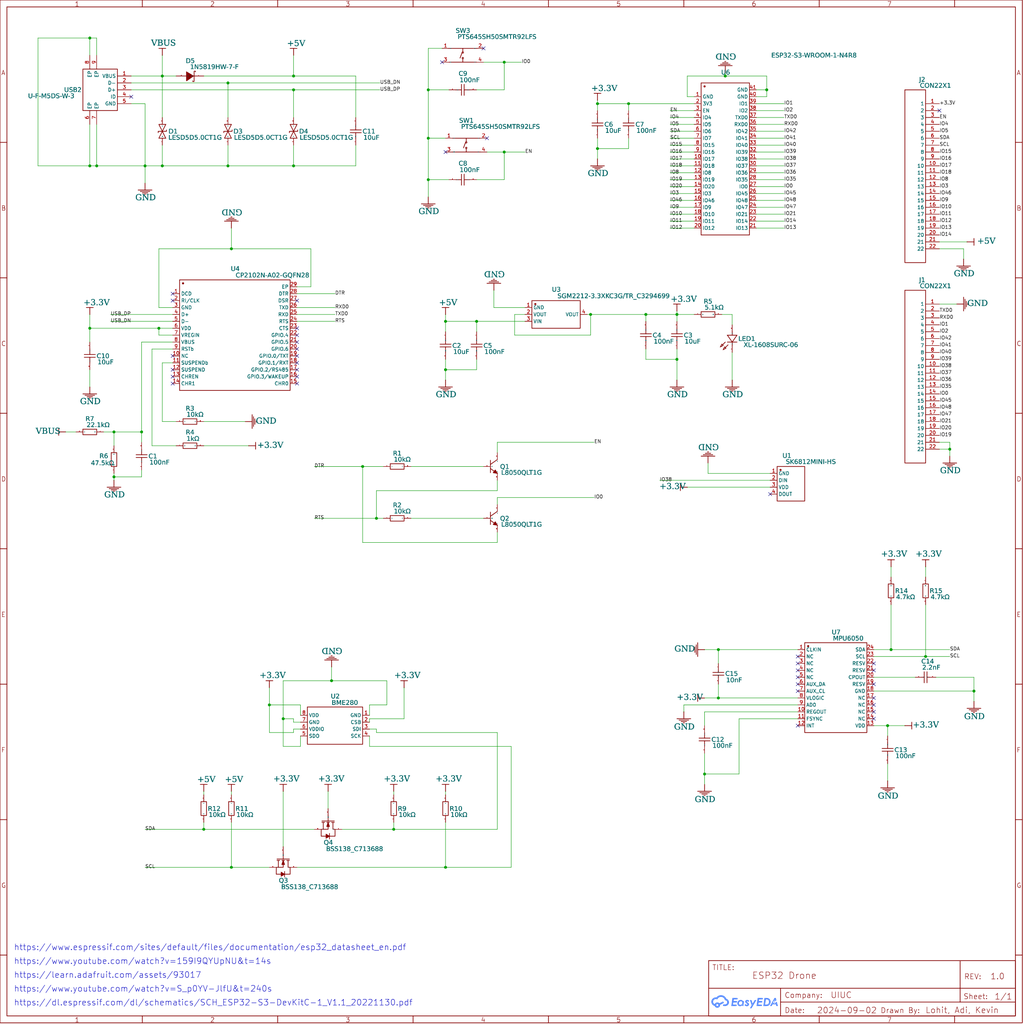
<source format=kicad_sch>
(kicad_sch (version 20231120) (generator "eeschema") (generator_version "8.0")
  (paper "User" 376.174 376.301)
  (lib_symbols
    (symbol "+3.3V" (power) (pin_numbers hide) (pin_names hide)
      (property "Value" "+3.3V" (at 0 3.81 0))
      (symbol "+3.3V_0_0"
        (pin power_in line (at 0 0 270) (length 0) (name "+3.3V") (number "1"))
      )
    )
    (symbol "+5V" (power) (pin_numbers hide) (pin_names hide)
      (property "Value" "+5V" (at 0 3.81 0))
      (symbol "+5V_0_0"
        (pin power_in line (at 0 0 270) (length 0) (name "+5V") (number "1"))
      )
    )
    (symbol "0402B222K500NT"
      (property "Reference" "C14" (at -1.5494 6.6675 0))
      (property "Value" "2.2nF" (at -1.5494 4.4831 0))
      (symbol "0402B222K500NT_0_0"
        (pin input line (at -3.81 0 0) (length 2.54) (name "1") (number "1"))
        (pin input line (at 3.81 0 180) (length 2.54) (name "2") (number "2"))
      )
    )
    (symbol "0402WGF2212TCE"
      (property "Reference" "R7" (at -1.5494 5.6515 0))
      (property "Value" "22.1kΩ" (at -1.5494 3.4671 0))
      (symbol "0402WGF2212TCE_0_0"
        (pin input line (at -5.08 0 0) (length 2.54) (name "1") (number "1"))
        (pin input line (at 5.08 0 180) (length 2.54) (name "2") (number "2"))
      )
    )
    (symbol "0402WGF4752TCE"
      (property "Reference" "R6" (at -5.3086 2.1209 0))
      (property "Value" "47.5kΩ" (at -8.8646 -0.3937 0))
      (symbol "0402WGF4752TCE_0_0"
        (pin input line (at 0 5.08 270) (length 2.54) (name "1") (number "1"))
        (pin input line (at 0 -5.08 90) (length 2.54) (name "2") (number "2"))
      )
    )
    (symbol "0402WGF5101TCE"
      (property "Reference" "R5" (at -1.5494 5.6261 0))
      (property "Value" "5.1kΩ" (at -1.5494 3.4671 0))
      (symbol "0402WGF5101TCE_0_0"
        (pin input line (at -5.08 0 0) (length 2.54) (name "1") (number "1"))
        (pin input line (at 5.08 0 180) (length 2.54) (name "2") (number "2"))
      )
    )
    (symbol "0603WAF1001T5E"
      (property "Reference" "R4" (at -1.524 5.7785 0))
      (property "Value" "1kΩ" (at -1.524 3.4671 0))
      (symbol "0603WAF1001T5E_0_0"
        (pin input line (at -5.08 0 0) (length 2.54) (name "1") (number "1"))
        (pin input line (at 5.08 0 180) (length 2.54) (name "2") (number "2"))
      )
    )
    (symbol "0603WAF1002T5E"
      (property "Reference" "R3" (at -1.5494 5.6515 0))
      (property "Value" "10kΩ" (at -1.5494 3.4671 0))
      (symbol "0603WAF1002T5E_0_0"
        (pin input line (at -5.08 0 0) (length 2.54) (name "1") (number "1"))
        (pin input line (at 5.08 0 180) (length 2.54) (name "2") (number "2"))
      )
    )
    (symbol "0603WAF1002T5E_1"
      (property "Reference" "R1" (at -1.5494 5.6515 0))
      (property "Value" "10kΩ" (at -1.5494 3.4671 0))
      (symbol "0603WAF1002T5E_1_0_0"
        (pin input line (at -5.08 0 0) (length 2.54) (name "1") (number "1"))
        (pin input line (at 5.08 0 180) (length 2.54) (name "2") (number "2"))
      )
    )
    (symbol "0603WAF1002T5E_2"
      (property "Reference" "R2" (at -1.5494 5.6515 0))
      (property "Value" "10kΩ" (at -1.5494 3.4671 0))
      (symbol "0603WAF1002T5E_2_0_0"
        (pin input line (at -5.08 0 0) (length 2.54) (name "1") (number "1"))
        (pin input line (at 5.08 0 180) (length 2.54) (name "2") (number "2"))
      )
    )
    (symbol "0603WAF1002T5E_3"
      (property "Reference" "R9" (at 1.524 0.7747 0))
      (property "Value" "10kΩ" (at 1.524 -1.3843 0))
      (symbol "0603WAF1002T5E_3_0_0"
        (pin input line (at 0 5.08 270) (length 2.54) (name "1") (number "1"))
        (pin input line (at 0 -5.08 90) (length 2.54) (name "2") (number "2"))
      )
    )
    (symbol "0603WAF1002T5E_4"
      (property "Reference" "R10" (at 1.524 0.7747 0))
      (property "Value" "10kΩ" (at 1.524 -1.3843 0))
      (symbol "0603WAF1002T5E_4_0_0"
        (pin input line (at 0 5.08 270) (length 2.54) (name "1") (number "1"))
        (pin input line (at 0 -5.08 90) (length 2.54) (name "2") (number "2"))
      )
    )
    (symbol "0603WAF1002T5E_5"
      (property "Reference" "R11" (at 1.524 0.7747 0))
      (property "Value" "10kΩ" (at 1.524 -1.3843 0))
      (symbol "0603WAF1002T5E_5_0_0"
        (pin input line (at 0 5.08 270) (length 2.54) (name "1") (number "1"))
        (pin input line (at 0 -5.08 90) (length 2.54) (name "2") (number "2"))
      )
    )
    (symbol "0603WAF1002T5E_6"
      (property "Reference" "R12" (at 1.524 0.7747 0))
      (property "Value" "10kΩ" (at 1.524 -1.3843 0))
      (symbol "0603WAF1002T5E_6_0_0"
        (pin input line (at 0 5.08 270) (length 2.54) (name "1") (number "1"))
        (pin input line (at 0 -5.08 90) (length 2.54) (name "2") (number "2"))
      )
    )
    (symbol "1N5819HW-7-F"
      (property "Reference" "D5" (at -1.5494 6.3881 0))
      (property "Value" "1N5819HW-7-F" (at -1.5494 4.2291 0))
      (symbol "1N5819HW-7-F_0_0"
        (pin unspecified line (at 5.08 0 180) (length 3.81) (name "K") (number "1"))
        (pin unspecified line (at -5.08 0 0) (length 3.81) (name "A") (number "2"))
      )
    )
    (symbol "BME280"
      (property "Reference" "U2" (at -1.524 11.6205 0))
      (property "Value" "BME280" (at -1.524 9.3091 0))
      (symbol "BME280_0_0"
        (pin unspecified line (at 12.7 3.81 180) (length 2.54) (name "GND") (number "1"))
        (pin unspecified line (at 12.7 1.27 180) (length 2.54) (name "CSB") (number "2"))
        (pin unspecified line (at 12.7 -1.27 180) (length 2.54) (name "SDI") (number "3"))
        (pin unspecified line (at 12.7 -3.81 180) (length 2.54) (name "SCK") (number "4"))
        (pin unspecified line (at -12.7 -3.81 0) (length 2.54) (name "SDO") (number "5"))
        (pin unspecified line (at -12.7 -1.27 0) (length 2.54) (name "VDDIO") (number "6"))
        (pin unspecified line (at -12.7 1.27 0) (length 2.54) (name "GND") (number "7"))
        (pin unspecified line (at -12.7 3.81 0) (length 2.54) (name "VDD") (number "8"))
      )
    )
    (symbol "BSS138_C713688"
      (property "Reference" "Q3" (at -1.6002 -4.0259 0))
      (property "Value" "BSS138_C713688" (at -1.6002 -6.3373 0))
      (symbol "BSS138_C713688_0_0"
        (pin unspecified line (at 0 7.62 270) (length 2.54) (name "G") (number "1"))
        (pin unspecified line (at -5.08 0 0) (length 2.54) (name "S") (number "2"))
        (pin unspecified line (at 5.08 0 180) (length 2.54) (name "D") (number "3"))
      )
    )
    (symbol "BSS138_C713688_1"
      (property "Reference" "Q4" (at -1.6002 -4.0259 0))
      (property "Value" "BSS138_C713688" (at -1.6002 -6.3373 0))
      (symbol "BSS138_C713688_1_0_0"
        (pin unspecified line (at 0 7.62 270) (length 2.54) (name "G") (number "1"))
        (pin unspecified line (at -5.08 0 0) (length 2.54) (name "S") (number "2"))
        (pin unspecified line (at 5.08 0 180) (length 2.54) (name "D") (number "3"))
      )
    )
    (symbol "CC0603KRX7R9BB103"
      (property "Reference" "C15" (at 2.54 0.8763 0))
      (property "Value" "10nF" (at 2.54 -1.4351 0))
      (symbol "CC0603KRX7R9BB103_0_0"
        (pin input line (at 0 3.81 270) (length 2.54) (name "1") (number "1"))
        (pin input line (at 0 -3.81 90) (length 2.54) (name "2") (number "2"))
      )
    )
    (symbol "CC0603KRX7R9BB104"
      (property "Reference" "C4" (at 2.54 0.7747 0))
      (property "Value" "100nF" (at 2.54 -1.4097 0))
      (symbol "CC0603KRX7R9BB104_0_0"
        (pin unspecified line (at 0 5.08 270) (length 2.54) (name "1") (number "1"))
        (pin unspecified line (at 0 -5.08 90) (length 2.54) (name "2") (number "2"))
      )
    )
    (symbol "CC0603KRX7R9BB104_1"
      (property "Reference" "C5" (at 2.54 0.7747 0))
      (property "Value" "100nF" (at 2.54 -1.4097 0))
      (symbol "CC0603KRX7R9BB104_1_0_0"
        (pin unspecified line (at 0 5.08 270) (length 2.54) (name "1") (number "1"))
        (pin unspecified line (at 0 -5.08 90) (length 2.54) (name "2") (number "2"))
      )
    )
    (symbol "CC0603KRX7R9BB104_2"
      (property "Reference" "C7" (at 2.54 0.8001 0))
      (property "Value" "100nF" (at 2.54 -1.4097 0))
      (symbol "CC0603KRX7R9BB104_2_0_0"
        (pin unspecified line (at 0 5.08 270) (length 2.54) (name "1") (number "1"))
        (pin unspecified line (at 0 -5.08 90) (length 2.54) (name "2") (number "2"))
      )
    )
    (symbol "CC0603KRX7R9BB104_3"
      (property "Reference" "C8" (at -1.524 6.7945 0))
      (property "Value" "100nF" (at -1.524 4.4831 0))
      (symbol "CC0603KRX7R9BB104_3_0_0"
        (pin unspecified line (at -5.08 0 0) (length 2.54) (name "1") (number "1"))
        (pin unspecified line (at 5.08 0 180) (length 2.54) (name "2") (number "2"))
      )
    )
    (symbol "CC0603KRX7R9BB104_4"
      (property "Reference" "C9" (at -1.524 6.7945 0))
      (property "Value" "100nF" (at -1.524 4.4831 0))
      (symbol "CC0603KRX7R9BB104_4_0_0"
        (pin unspecified line (at -5.08 0 0) (length 2.54) (name "1") (number "1"))
        (pin unspecified line (at 5.08 0 180) (length 2.54) (name "2") (number "2"))
      )
    )
    (symbol "CC0603KRX7R9BB104_5"
      (property "Reference" "C12" (at 2.54 0.7747 0))
      (property "Value" "100nF" (at 2.54 -1.3843 0))
      (symbol "CC0603KRX7R9BB104_5_0_0"
        (pin unspecified line (at 0 5.08 270) (length 2.54) (name "1") (number "1"))
        (pin unspecified line (at 0 -5.08 90) (length 2.54) (name "2") (number "2"))
      )
    )
    (symbol "CC0603KRX7R9BB104_6"
      (property "Reference" "C13" (at 2.54 0.7747 0))
      (property "Value" "100nF" (at 2.54 -1.3843 0))
      (symbol "CC0603KRX7R9BB104_6_0_0"
        (pin unspecified line (at 0 5.08 270) (length 2.54) (name "1") (number "1"))
        (pin unspecified line (at 0 -5.08 90) (length 2.54) (name "2") (number "2"))
      )
    )
    (symbol "CC0603KRX7R9BB104_7"
      (property "Reference" "C1" (at 2.54 0.7747 0))
      (property "Value" "100nF" (at 2.54 -1.4097 0))
      (symbol "CC0603KRX7R9BB104_7_0_0"
        (pin unspecified line (at 0 5.08 270) (length 2.54) (name "1") (number "1"))
        (pin unspecified line (at 0 -5.08 90) (length 2.54) (name "2") (number "2"))
      )
    )
    (symbol "CL10A106MA8NRNC"
      (property "Reference" "C2" (at 2.54 0.7747 0))
      (property "Value" "10uF" (at 2.54 -1.4097 0))
      (symbol "CL10A106MA8NRNC_0_0"
        (pin unspecified line (at 0 5.08 270) (length 2.54) (name "1") (number "1"))
        (pin unspecified line (at 0 -5.08 90) (length 2.54) (name "2") (number "2"))
      )
    )
    (symbol "CL10A106MA8NRNC_1"
      (property "Reference" "C3" (at 2.54 0.7747 0))
      (property "Value" "10uF" (at 2.54 -1.4097 0))
      (symbol "CL10A106MA8NRNC_1_0_0"
        (pin unspecified line (at 0 5.08 270) (length 2.54) (name "1") (number "1"))
        (pin unspecified line (at 0 -5.08 90) (length 2.54) (name "2") (number "2"))
      )
    )
    (symbol "CL10A106MA8NRNC_2"
      (property "Reference" "C6" (at 2.54 0.8001 0))
      (property "Value" "10uF" (at 2.54 -1.4097 0))
      (symbol "CL10A106MA8NRNC_2_0_0"
        (pin unspecified line (at 0 5.08 270) (length 2.54) (name "1") (number "1"))
        (pin unspecified line (at 0 -5.08 90) (length 2.54) (name "2") (number "2"))
      )
    )
    (symbol "CL10A106MA8NRNC_3"
      (property "Reference" "C10" (at 2.54 0.7747 0))
      (property "Value" "10uF" (at 2.54 -1.4097 0))
      (symbol "CL10A106MA8NRNC_3_0_0"
        (pin unspecified line (at 0 5.08 270) (length 2.54) (name "1") (number "1"))
        (pin unspecified line (at 0 -5.08 90) (length 2.54) (name "2") (number "2"))
      )
    )
    (symbol "CL10A106MA8NRNC_4"
      (property "Reference" "C11" (at 2.54 0.8001 0))
      (property "Value" "10uF" (at 2.54 -1.4097 0))
      (symbol "CL10A106MA8NRNC_4_0_0"
        (pin unspecified line (at 0 5.08 270) (length 2.54) (name "1") (number "1"))
        (pin unspecified line (at 0 -5.08 90) (length 2.54) (name "2") (number "2"))
      )
    )
    (symbol "CON22X1"
      (property "Reference" "J1" (at 2.7432 40.1701 0))
      (property "Value" "CON22X1" (at 2.7432 38.0111 0))
      (symbol "CON22X1_0_0"
        (pin unspecified line (at 10.16 30.48 180) (length 5.08) (name "1") (number "1"))
        (pin unspecified line (at 10.16 7.62 180) (length 5.08) (name "10") (number "10"))
        (pin unspecified line (at 10.16 5.08 180) (length 5.08) (name "11") (number "11"))
        (pin unspecified line (at 10.16 2.54 180) (length 5.08) (name "12") (number "12"))
        (pin unspecified line (at 10.16 0 180) (length 5.08) (name "13") (number "13"))
        (pin unspecified line (at 10.16 -2.54 180) (length 5.08) (name "14") (number "14"))
        (pin unspecified line (at 10.16 -5.08 180) (length 5.08) (name "15") (number "15"))
        (pin unspecified line (at 10.16 -7.62 180) (length 5.08) (name "16") (number "16"))
        (pin unspecified line (at 10.16 -10.16 180) (length 5.08) (name "17") (number "17"))
        (pin unspecified line (at 10.16 -12.7 180) (length 5.08) (name "18") (number "18"))
        (pin unspecified line (at 10.16 -15.24 180) (length 5.08) (name "19") (number "19"))
        (pin unspecified line (at 10.16 27.94 180) (length 5.08) (name "2") (number "2"))
        (pin unspecified line (at 10.16 -17.78 180) (length 5.08) (name "20") (number "20"))
        (pin unspecified line (at 10.16 -20.32 180) (length 5.08) (name "21") (number "21"))
        (pin unspecified line (at 10.16 -22.86 180) (length 5.08) (name "22") (number "22"))
        (pin unspecified line (at 10.16 25.4 180) (length 5.08) (name "3") (number "3"))
        (pin unspecified line (at 10.16 22.86 180) (length 5.08) (name "4") (number "4"))
        (pin unspecified line (at 10.16 20.32 180) (length 5.08) (name "5") (number "5"))
        (pin unspecified line (at 10.16 17.78 180) (length 5.08) (name "6") (number "6"))
        (pin unspecified line (at 10.16 15.24 180) (length 5.08) (name "7") (number "7"))
        (pin unspecified line (at 10.16 12.7 180) (length 5.08) (name "8") (number "8"))
        (pin unspecified line (at 10.16 10.16 180) (length 5.08) (name "9") (number "9"))
      )
    )
    (symbol "CON22X1_1"
      (property "Reference" "J2" (at 2.7432 40.1701 0))
      (property "Value" "CON22X1" (at 2.7432 38.0111 0))
      (symbol "CON22X1_1_0_0"
        (pin unspecified line (at 10.16 30.48 180) (length 5.08) (name "1") (number "1"))
        (pin unspecified line (at 10.16 7.62 180) (length 5.08) (name "10") (number "10"))
        (pin unspecified line (at 10.16 5.08 180) (length 5.08) (name "11") (number "11"))
        (pin unspecified line (at 10.16 2.54 180) (length 5.08) (name "12") (number "12"))
        (pin unspecified line (at 10.16 0 180) (length 5.08) (name "13") (number "13"))
        (pin unspecified line (at 10.16 -2.54 180) (length 5.08) (name "14") (number "14"))
        (pin unspecified line (at 10.16 -5.08 180) (length 5.08) (name "15") (number "15"))
        (pin unspecified line (at 10.16 -7.62 180) (length 5.08) (name "16") (number "16"))
        (pin unspecified line (at 10.16 -10.16 180) (length 5.08) (name "17") (number "17"))
        (pin unspecified line (at 10.16 -12.7 180) (length 5.08) (name "18") (number "18"))
        (pin unspecified line (at 10.16 -15.24 180) (length 5.08) (name "19") (number "19"))
        (pin unspecified line (at 10.16 27.94 180) (length 5.08) (name "2") (number "2"))
        (pin unspecified line (at 10.16 -17.78 180) (length 5.08) (name "20") (number "20"))
        (pin unspecified line (at 10.16 -20.32 180) (length 5.08) (name "21") (number "21"))
        (pin unspecified line (at 10.16 -22.86 180) (length 5.08) (name "22") (number "22"))
        (pin unspecified line (at 10.16 25.4 180) (length 5.08) (name "3") (number "3"))
        (pin unspecified line (at 10.16 22.86 180) (length 5.08) (name "4") (number "4"))
        (pin unspecified line (at 10.16 20.32 180) (length 5.08) (name "5") (number "5"))
        (pin unspecified line (at 10.16 17.78 180) (length 5.08) (name "6") (number "6"))
        (pin unspecified line (at 10.16 15.24 180) (length 5.08) (name "7") (number "7"))
        (pin unspecified line (at 10.16 12.7 180) (length 5.08) (name "8") (number "8"))
        (pin unspecified line (at 10.16 10.16 180) (length 5.08) (name "9") (number "9"))
      )
    )
    (symbol "CP2102N-A02-GQFN28"
      (property "Reference" "U4" (at -1.4732 25.2349 0))
      (property "Value" "CP2102N-A02-GQFN28" (at -1.4732 22.8981 0))
      (symbol "CP2102N-A02-GQFN28_0_0"
        (pin unspecified line (at -22.86 15.24 0) (length 2.54) (name "DCD") (number "1"))
        (pin unspecified line (at -22.86 -7.62 0) (length 2.54) (name "NC") (number "10"))
        (pin unspecified line (at -22.86 -10.16 0) (length 2.54) (name "SUSPENDb") (number "11"))
        (pin unspecified line (at -22.86 -12.7 0) (length 2.54) (name "SUSPEND") (number "12"))
        (pin unspecified line (at -22.86 -15.24 0) (length 2.54) (name "CHREN") (number "13"))
        (pin unspecified line (at -22.86 -17.78 0) (length 2.54) (name "CHR1") (number "14"))
        (pin unspecified line (at 22.86 -17.78 180) (length 2.54) (name "CHR0") (number "15"))
        (pin unspecified line (at 22.86 -15.24 180) (length 2.54) (name "GPIO.3/WAKEUP") (number "16"))
        (pin unspecified line (at 22.86 -12.7 180) (length 2.54) (name "GPIO.2/RS485") (number "17"))
        (pin unspecified line (at 22.86 -10.16 180) (length 2.54) (name "GPIO.1/RXT") (number "18"))
        (pin unspecified line (at 22.86 -7.62 180) (length 2.54) (name "GPIO.0/TXT") (number "19"))
        (pin unspecified line (at -22.86 12.7 0) (length 2.54) (name "RI/CLK") (number "2"))
        (pin unspecified line (at 22.86 -5.08 180) (length 2.54) (name "GPIO.6") (number "20"))
        (pin unspecified line (at 22.86 -2.54 180) (length 2.54) (name "GPIO.5") (number "21"))
        (pin unspecified line (at 22.86 0 180) (length 2.54) (name "GPIO.4") (number "22"))
        (pin unspecified line (at 22.86 2.54 180) (length 2.54) (name "CTS") (number "23"))
        (pin unspecified line (at 22.86 5.08 180) (length 2.54) (name "RTS") (number "24"))
        (pin unspecified line (at 22.86 7.62 180) (length 2.54) (name "RXD") (number "25"))
        (pin unspecified line (at 22.86 10.16 180) (length 2.54) (name "TXD") (number "26"))
        (pin unspecified line (at 22.86 12.7 180) (length 2.54) (name "DSR") (number "27"))
        (pin unspecified line (at 22.86 15.24 180) (length 2.54) (name "DTR") (number "28"))
        (pin unspecified line (at 22.86 17.78 180) (length 2.54) (name "EP") (number "29"))
        (pin unspecified line (at -22.86 10.16 0) (length 2.54) (name "GND") (number "3"))
        (pin unspecified line (at -22.86 7.62 0) (length 2.54) (name "D+") (number "4"))
        (pin unspecified line (at -22.86 5.08 0) (length 2.54) (name "D-") (number "5"))
        (pin unspecified line (at -22.86 2.54 0) (length 2.54) (name "VDD") (number "6"))
        (pin unspecified line (at -22.86 0 0) (length 2.54) (name "VREGIN") (number "7"))
        (pin unspecified line (at -22.86 -2.54 0) (length 2.54) (name "VBUS") (number "8"))
        (pin unspecified line (at -22.86 -5.08 0) (length 2.54) (name "RSTb") (number "9"))
      )
    )
    (symbol "ESP32-S3-WROOM-1-N4R8"
      (property "Reference" "U6" (at -1.4986 32.6263 0))
      (property "Value" "ESP32-S3-WROOM-1-N4R8" (at 13.97 38.9509 0))
      (symbol "ESP32-S3-WROOM-1-N4R8_0_0"
        (pin unspecified line (at -11.43 22.86 0) (length 2.54) (name "GND") (number "1"))
        (pin unspecified line (at -11.43 0 0) (length 2.54) (name "IO17") (number "10"))
        (pin unspecified line (at -11.43 -2.54 0) (length 2.54) (name "IO18") (number "11"))
        (pin unspecified line (at -11.43 -5.08 0) (length 2.54) (name "IO8") (number "12"))
        (pin unspecified line (at -11.43 -7.62 0) (length 2.54) (name "IO19") (number "13"))
        (pin unspecified line (at -11.43 -10.16 0) (length 2.54) (name "IO20") (number "14"))
        (pin unspecified line (at -11.43 -12.7 0) (length 2.54) (name "IO3") (number "15"))
        (pin unspecified line (at -11.43 -15.24 0) (length 2.54) (name "IO46") (number "16"))
        (pin unspecified line (at -11.43 -17.78 0) (length 2.54) (name "IO9") (number "17"))
        (pin unspecified line (at -11.43 -20.32 0) (length 2.54) (name "IO10") (number "18"))
        (pin unspecified line (at -11.43 -22.86 0) (length 2.54) (name "IO11") (number "19"))
        (pin unspecified line (at -11.43 20.32 0) (length 2.54) (name "3V3") (number "2"))
        (pin unspecified line (at -11.43 -25.4 0) (length 2.54) (name "IO12") (number "20"))
        (pin unspecified line (at 11.43 -25.4 180) (length 2.54) (name "IO13") (number "21"))
        (pin unspecified line (at 11.43 -22.86 180) (length 2.54) (name "IO14") (number "22"))
        (pin unspecified line (at 11.43 -20.32 180) (length 2.54) (name "IO21") (number "23"))
        (pin unspecified line (at 11.43 -17.78 180) (length 2.54) (name "IO47") (number "24"))
        (pin unspecified line (at 11.43 -15.24 180) (length 2.54) (name "IO48") (number "25"))
        (pin unspecified line (at 11.43 -12.7 180) (length 2.54) (name "IO45") (number "26"))
        (pin unspecified line (at 11.43 -10.16 180) (length 2.54) (name "IO0") (number "27"))
        (pin unspecified line (at 11.43 -7.62 180) (length 2.54) (name "IO35") (number "28"))
        (pin unspecified line (at 11.43 -5.08 180) (length 2.54) (name "IO36") (number "29"))
        (pin unspecified line (at -11.43 17.78 0) (length 2.54) (name "EN") (number "3"))
        (pin unspecified line (at 11.43 -2.54 180) (length 2.54) (name "IO37") (number "30"))
        (pin unspecified line (at 11.43 0 180) (length 2.54) (name "IO38") (number "31"))
        (pin unspecified line (at 11.43 2.54 180) (length 2.54) (name "IO39") (number "32"))
        (pin unspecified line (at 11.43 5.08 180) (length 2.54) (name "IO40") (number "33"))
        (pin unspecified line (at 11.43 7.62 180) (length 2.54) (name "IO41") (number "34"))
        (pin unspecified line (at 11.43 10.16 180) (length 2.54) (name "IO42") (number "35"))
        (pin unspecified line (at 11.43 12.7 180) (length 2.54) (name "RXD0") (number "36"))
        (pin unspecified line (at 11.43 15.24 180) (length 2.54) (name "TXD0") (number "37"))
        (pin unspecified line (at 11.43 17.78 180) (length 2.54) (name "IO2") (number "38"))
        (pin unspecified line (at 11.43 20.32 180) (length 2.54) (name "IO1") (number "39"))
        (pin unspecified line (at -11.43 15.24 0) (length 2.54) (name "IO4") (number "4"))
        (pin unspecified line (at 11.43 22.86 180) (length 2.54) (name "GND") (number "40"))
        (pin unspecified line (at 11.43 25.4 180) (length 2.54) (name "GND") (number "41"))
        (pin unspecified line (at -11.43 12.7 0) (length 2.54) (name "IO5") (number "5"))
        (pin unspecified line (at -11.43 10.16 0) (length 2.54) (name "IO6") (number "6"))
        (pin unspecified line (at -11.43 7.62 0) (length 2.54) (name "IO7") (number "7"))
        (pin unspecified line (at -11.43 5.08 0) (length 2.54) (name "IO15") (number "8"))
        (pin unspecified line (at -11.43 2.54 0) (length 2.54) (name "IO16") (number "9"))
      )
    )
    (symbol "GND" (power) (pin_numbers hide) (pin_names hide)
      (property "Value" "GND" (at 0 6.35 0))
      (symbol "GND_0_0"
        (pin power_in line (at 0 0 270) (length 0) (name "GND") (number "1"))
      )
    )
    (symbol "L8050QLT1G"
      (property "Reference" "Q1" (at 3.556 0.7493 0))
      (property "Value" "L8050QLT1G" (at 3.556 -1.3843 0))
      (symbol "L8050QLT1G_0_0"
        (pin unspecified line (at -2.54 0 0) (length 2.54) (name "B") (number "1"))
        (pin unspecified line (at 2.54 -5.08 90) (length 2.54) (name "E") (number "2"))
        (pin unspecified line (at 2.54 5.08 270) (length 2.54) (name "C") (number "3"))
      )
    )
    (symbol "L8050QLT1G_1"
      (property "Reference" "Q2" (at 3.556 0.7493 0))
      (property "Value" "L8050QLT1G" (at 3.556 -1.3843 0))
      (symbol "L8050QLT1G_1_0_0"
        (pin unspecified line (at -2.54 0 0) (length 2.54) (name "B") (number "1"))
        (pin unspecified line (at 2.54 -5.08 90) (length 2.54) (name "E") (number "2"))
        (pin unspecified line (at 2.54 5.08 270) (length 2.54) (name "C") (number "3"))
      )
    )
    (symbol "LESD5D5.0CT1G"
      (property "Reference" "D1" (at 2.286 0.8001 0))
      (property "Value" "LESD5D5.0CT1G" (at 2.032 -1.4097 0))
      (symbol "LESD5D5.0CT1G_0_0"
        (pin unspecified line (at 0 5.08 270) (length 2.54) (name "1") (number "1"))
        (pin unspecified line (at 0 -5.08 90) (length 2.54) (name "2") (number "2"))
      )
    )
    (symbol "LESD5D5.0CT1G_1"
      (property "Reference" "D3" (at 2.032 0.8001 0))
      (property "Value" "LESD5D5.0CT1G" (at 2.032 -1.4097 0))
      (symbol "LESD5D5.0CT1G_1_0_0"
        (pin unspecified line (at 0 5.08 270) (length 2.54) (name "1") (number "1"))
        (pin unspecified line (at 0 -5.08 90) (length 2.54) (name "2") (number "2"))
      )
    )
    (symbol "LESD5D5.0CT1G_2"
      (property "Reference" "D4" (at 2.032 0.8001 0))
      (property "Value" "LESD5D5.0CT1G" (at 2.032 -1.4097 0))
      (symbol "LESD5D5.0CT1G_2_0_0"
        (pin unspecified line (at 0 5.08 270) (length 2.54) (name "1") (number "1"))
        (pin unspecified line (at 0 -5.08 90) (length 2.54) (name "2") (number "2"))
      )
    )
    (symbol "MPU6050_C9900042518_C9900095279"
      (property "Reference" "U7" (at -2.7686 22.4663 0))
      (property "Value" "MPU6050" (at -2.7686 20.2565 0))
      (symbol "MPU6050_C9900042518_C9900095279_0_0"
        (pin unspecified line (at -15.24 15.24 0) (length 2.54) (name "CLKIN") (number "1"))
        (pin unspecified line (at -15.24 -7.62 0) (length 2.54) (name "REGOUT") (number "10"))
        (pin unspecified line (at -15.24 -10.16 0) (length 2.54) (name "FSYNC") (number "11"))
        (pin unspecified line (at -15.24 -12.7 0) (length 2.54) (name "INT") (number "12"))
        (pin unspecified line (at 12.7 -12.7 180) (length 2.54) (name "VDD") (number "13"))
        (pin unspecified line (at 12.7 -10.16 180) (length 2.54) (name "NC") (number "14"))
        (pin unspecified line (at 12.7 -7.62 180) (length 2.54) (name "NC") (number "15"))
        (pin unspecified line (at 12.7 -5.08 180) (length 2.54) (name "NC") (number "16"))
        (pin unspecified line (at 12.7 -2.54 180) (length 2.54) (name "NC") (number "17"))
        (pin unspecified line (at 12.7 0 180) (length 2.54) (name "GND") (number "18"))
        (pin unspecified line (at 12.7 2.54 180) (length 2.54) (name "RESV") (number "19"))
        (pin unspecified line (at -15.24 12.7 0) (length 2.54) (name "NC") (number "2"))
        (pin unspecified line (at 12.7 5.08 180) (length 2.54) (name "CPOUT") (number "20"))
        (pin unspecified line (at 12.7 7.62 180) (length 2.54) (name "RESV") (number "21"))
        (pin unspecified line (at 12.7 10.16 180) (length 2.54) (name "RESV") (number "22"))
        (pin unspecified line (at 12.7 12.7 180) (length 2.54) (name "SCL") (number "23"))
        (pin unspecified line (at 12.7 15.24 180) (length 2.54) (name "SDA") (number "24"))
        (pin unspecified line (at -15.24 10.16 0) (length 2.54) (name "NC") (number "3"))
        (pin unspecified line (at -15.24 7.62 0) (length 2.54) (name "NC") (number "4"))
        (pin unspecified line (at -15.24 5.08 0) (length 2.54) (name "NC") (number "5"))
        (pin unspecified line (at -15.24 2.54 0) (length 2.54) (name "AUX_DA") (number "6"))
        (pin unspecified line (at -15.24 0 0) (length 2.54) (name "AUX_CL") (number "7"))
        (pin unspecified line (at -15.24 -2.54 0) (length 2.54) (name "VLOGIC") (number "8"))
        (pin unspecified line (at -15.24 -5.08 0) (length 2.54) (name "AD0") (number "9"))
      )
    )
    (symbol "PTS645SH50SMTR92LFS"
      (property "Reference" "SW3" (at -2.6162 9.8679 0))
      (property "Value" "PTS645SH50SMTR92LFS" (at -2.6162 7.6581 0))
      (symbol "PTS645SH50SMTR92LFS_0_0"
        (pin unspecified line (at -7.62 2.54 0) (length 2.54) (name "1") (number "1"))
        (pin unspecified line (at 7.62 2.54 180) (length 2.54) (name "2") (number "2"))
        (pin unspecified line (at -7.62 -2.54 0) (length 2.54) (name "3") (number "3"))
        (pin unspecified line (at 7.62 -2.54 180) (length 2.54) (name "4") (number "4"))
      )
    )
    (symbol "PTS645SH50SMTR92LFS_1"
      (property "Reference" "SW1" (at -2.6162 9.8679 0))
      (property "Value" "PTS645SH50SMTR92LFS" (at -2.6162 7.6581 0))
      (symbol "PTS645SH50SMTR92LFS_1_0_0"
        (pin unspecified line (at -7.62 2.54 0) (length 2.54) (name "1") (number "1"))
        (pin unspecified line (at 7.62 2.54 180) (length 2.54) (name "2") (number "2"))
        (pin unspecified line (at -7.62 -2.54 0) (length 2.54) (name "3") (number "3"))
        (pin unspecified line (at 7.62 -2.54 180) (length 2.54) (name "4") (number "4"))
      )
    )
    (symbol "RC0603FR-074K7L"
      (property "Reference" "R14" (at 1.524 0.8255 0))
      (property "Value" "4.7kΩ" (at 1.524 -1.3843 0))
      (symbol "RC0603FR-074K7L_0_0"
        (pin input line (at 0 -5.08 90) (length 2.54) (name "1") (number "1"))
        (pin input line (at 0 5.08 270) (length 2.54) (name "2") (number "2"))
      )
    )
    (symbol "RC0603FR-074K7L_1"
      (property "Reference" "R15" (at 1.524 0.8255 0))
      (property "Value" "4.7kΩ" (at 1.524 -1.3843 0))
      (symbol "RC0603FR-074K7L_1_0_0"
        (pin input line (at 0 -5.08 90) (length 2.54) (name "1") (number "1"))
        (pin input line (at 0 5.08 270) (length 2.54) (name "2") (number "2"))
      )
    )
    (symbol "SGM2212-3.3XKC3G/TR_C3294699"
      (property "Reference" "U3" (at -2.794 9.9949 0))
      (property "Value" "SGM2212-3.3XKC3G/TR_C3294699" (at -2.794 7.6581 0))
      (symbol "SGM2212-3.3XKC3G/TR_C3294699_0_0"
        (pin unspecified line (at -12.7 2.54 0) (length 2.54) (name "GND") (number "1"))
        (pin unspecified line (at -12.7 0 0) (length 2.54) (name "VOUT") (number "2"))
        (pin unspecified line (at -12.7 -2.54 0) (length 2.54) (name "VIN") (number "3"))
        (pin unspecified line (at 10.16 0 180) (length 2.54) (name "VOUT") (number "4"))
      )
    )
    (symbol "SK6812MINI-HS"
      (property "Reference" "U1" (at -3.0734 11.1379 0))
      (property "Value" "SK6812MINI-HS" (at -3.0734 8.9535 0))
      (symbol "SK6812MINI-HS_0_0"
        (pin unspecified line (at -7.62 3.81 0) (length 2.54) (name "GND") (number "1"))
        (pin unspecified line (at -7.62 1.27 0) (length 2.54) (name "DIN") (number "2"))
        (pin unspecified line (at -7.62 -1.27 0) (length 2.54) (name "VDD") (number "3"))
        (pin unspecified line (at -7.62 -3.81 0) (length 2.54) (name "DOUT") (number "4"))
      )
    )
    (symbol "U-F-M5DS-W-3"
      (property "Reference" "USB2" (at -9.398 0.8255 0))
      (property "Value" "U-F-M5DS-W-3" (at -9.398 -1.3843 0))
      (symbol "U-F-M5DS-W-3_0_0"
        (pin unspecified line (at 8.89 5.08 180) (length 5.08) (name "VBUS") (number "1"))
        (pin unspecified line (at 8.89 2.54 180) (length 5.08) (name "D-") (number "2"))
        (pin unspecified line (at 8.89 0 180) (length 5.08) (name "D+") (number "3"))
        (pin unspecified line (at 8.89 -2.54 180) (length 5.08) (name "ID") (number "4"))
        (pin unspecified line (at 8.89 -5.08 180) (length 5.08) (name "GND") (number "5"))
        (pin unspecified line (at -6.35 -12.7 90) (length 5.08) (name "EP") (number "6"))
        (pin unspecified line (at -3.81 -12.7 90) (length 5.08) (name "EP") (number "7"))
        (pin unspecified line (at -6.35 12.7 270) (length 5.08) (name "EP") (number "8"))
        (pin unspecified line (at -3.81 12.7 270) (length 5.08) (name "EP") (number "9"))
      )
    )
    (symbol "Unknown_0_-1480"
      (symbol "Unknown_0_-1480_0_0"
        (text "1" (at 27.432 -373.8499 0) (effects (font (size 1.6891 1.6891)) (justify left top)))
        (text "1" (at 27.432 -0.4699 0) (effects (font (size 1.6891 1.6891)) (justify left top)))
        (text "1.0" (at 364.1344 -357.5431 0) (effects (font (size 2.1717 2.1717)) (justify left top)))
        (text "1/1" (at 365.6584 -364.9599 0) (effects (font (size 2.1717 2.1717)) (justify left top)))
        (text "2" (at 77.216 -373.8499 0) (effects (font (size 1.6891 1.6891)) (justify left top)))
        (text "2" (at 77.216 -0.4699 0) (effects (font (size 1.6891 1.6891)) (justify left top)))
        (text "2024-09-02" (at 300.3804 -370.0399 0) (effects (font (size 2.1717 2.1717)) (justify left top)))
        (text "3" (at 127 -373.8499 0) (effects (font (size 1.6891 1.6891)) (justify left top)))
        (text "3" (at 127 -0.4699 0) (effects (font (size 1.6891 1.6891)) (justify left top)))
        (text "4" (at 176.784 -373.8499 0) (effects (font (size 1.6891 1.6891)) (justify left top)))
        (text "4" (at 176.784 -0.4699 0) (effects (font (size 1.6891 1.6891)) (justify left top)))
        (text "5" (at 226.568 -373.8499 0) (effects (font (size 1.6891 1.6891)) (justify left top)))
        (text "5" (at 226.568 -0.4699 0) (effects (font (size 1.6891 1.6891)) (justify left top)))
        (text "6" (at 276.352 -373.8499 0) (effects (font (size 1.6891 1.6891)) (justify left top)))
        (text "6" (at 276.352 -0.4699 0) (effects (font (size 1.6891 1.6891)) (justify left top)))
        (text "7" (at 326.136 -373.8499 0) (effects (font (size 1.6891 1.6891)) (justify left top)))
        (text "7" (at 326.136 -0.4699 0) (effects (font (size 1.6891 1.6891)) (justify left top)))
        (text "A" (at 0.381 -25.7429 0) (effects (font (size 1.6891 1.6891)) (justify left top)))
        (text "A" (at 373.761 -25.7429 0) (effects (font (size 1.6891 1.6891)) (justify left top)))
        (text "B" (at 0.381 -75.5269 0) (effects (font (size 1.6891 1.6891)) (justify left top)))
        (text "B" (at 373.761 -75.5269 0) (effects (font (size 1.6891 1.6891)) (justify left top)))
        (text "C" (at 0.381 -125.3109 0) (effects (font (size 1.6891 1.6891)) (justify left top)))
        (text "C" (at 373.761 -125.3109 0) (effects (font (size 1.6891 1.6891)) (justify left top)))
        (text "Company:" (at 288.4424 -364.6424 0) (effects (font (size 1.9304 1.9304)) (justify left top)))
        (text "D" (at 0.381 -175.0949 0) (effects (font (size 1.6891 1.6891)) (justify left top)))
        (text "D" (at 373.761 -175.0949 0) (effects (font (size 1.6891 1.6891)) (justify left top)))
        (text "Date:" (at 288.4424 -370.1796 0) (effects (font (size 1.9304 1.9304)) (justify left top)))
        (text "Drawn By:" (at 323.7484 -370.2304 0) (effects (font (size 1.9304 1.9304)) (justify left top)))
        (text "E" (at 0.381 -224.8789 0) (effects (font (size 1.6891 1.6891)) (justify left top)))
        (text "E" (at 373.761 -224.8789 0) (effects (font (size 1.6891 1.6891)) (justify left top)))
        (text "ESP32 Drone" (at 276.5044 -357.124 0) (effects (font (size 2.413 2.413)) (justify left top)))
        (text "F" (at 0.381 -274.6629 0) (effects (font (size 1.6891 1.6891)) (justify left top)))
        (text "F" (at 373.761 -274.6629 0) (effects (font (size 1.6891 1.6891)) (justify left top)))
        (text "G" (at 0.381 -324.4469 0) (effects (font (size 1.6891 1.6891)) (justify left top)))
        (text "G" (at 373.761 -324.4469 0) (effects (font (size 1.6891 1.6891)) (justify left top)))
        (text "Lohit, Adi, Kevin" (at 340.2584 -369.9891 0) (effects (font (size 2.1717 2.1717)) (justify left top)))
        (text "REV:" (at 354.4824 -357.7844 0) (effects (font (size 1.9304 1.9304)) (justify left top)))
        (text "Sheet:" (at 354.2284 -365.0996 0) (effects (font (size 1.9304 1.9304)) (justify left top)))
        (text "TITLE:" (at 261.8486 -354.4316 0) (effects (font (size 1.9304 1.9304)) (justify left top)))
        (text "UIUC" (at 305.3588 -364.4265 0) (effects (font (size 2.1717 2.1717)) (justify left top)))
      )
    )
    (symbol "VBUS" (power) (pin_numbers hide) (pin_names hide)
      (property "Value" "VBUS" (at 0 3.81 0))
      (symbol "VBUS_0_0"
        (pin power_in line (at 0 0 270) (length 0) (name "VBUS") (number "1"))
      )
    )
    (symbol "XL-1608SURC-06"
      (property "Reference" "LED1" (at 2.286 0.7747 0))
      (property "Value" "XL-1608SURC-06" (at 2.286 -1.4097 0))
      (symbol "XL-1608SURC-06_0_0"
        (pin unspecified line (at 0 -5.08 90) (length 2.54) (name "K") (number "1"))
        (pin unspecified line (at 0 5.08 270) (length 2.54) (name "A") (number "2"))
      )
    )
  )
  (junction (at 53.34 60.96))
  (junction (at 99.06 259.08))
  (junction (at 59.69 60.96))
  (junction (at 237.49 115.57))
  (junction (at 175.26 118.11))
  (junction (at 33.02 13.97))
  (junction (at 74.93 304.8))
  (junction (at 264.16 256.54))
  (junction (at 248.92 132.08))
  (junction (at 163.83 318.77))
  (junction (at 219.71 38.1))
  (junction (at 107.95 27.94))
  (junction (at 138.43 190.5))
  (junction (at 231.14 38.1))
  (junction (at 163.83 118.11))
  (junction (at 144.78 304.8))
  (junction (at 358.14 254))
  (junction (at 259.08 284.48))
  (junction (at 219.71 54.61))
  (junction (at 41.91 175.26))
  (junction (at 163.83 135.89))
  (junction (at 327.66 238.76))
  (junction (at 133.35 171.45))
  (junction (at 52.07 158.75))
  (junction (at 59.69 27.94))
  (junction (at 41.91 158.75))
  (junction (at 58.42 120.65))
  (junction (at 349.25 165.1))
  (junction (at 107.95 60.96))
  (junction (at 85.09 318.77))
  (junction (at 266.7 27.94))
  (junction (at 121.92 250.19))
  (junction (at 248.92 115.57))
  (junction (at 157.48 66.04))
  (junction (at 83.82 60.96))
  (junction (at 35.56 60.96))
  (junction (at 83.82 30.48))
  (junction (at 264.16 238.76))
  (junction (at 326.39 266.7))
  (junction (at 340.36 241.3))
  (junction (at 185.42 22.86))
  (junction (at 217.17 115.57))
  (junction (at 157.48 50.8))
  (junction (at 107.95 33.02))
  (junction (at 85.09 91.44))
  (junction (at 281.94 33.02))
  (junction (at 33.02 120.65))
  (junction (at 33.02 60.96))
  (junction (at 104.14 264.16))
  (junction (at 157.48 33.02))
  (junction (at 185.42 55.88))
  (no_connect (at 63.5 138.43))
  (no_connect (at 109.22 138.43))
  (no_connect (at 293.37 251.46))
  (no_connect (at 283.21 181.61))
  (no_connect (at 63.5 135.89))
  (no_connect (at 109.22 125.73))
  (no_connect (at 109.22 140.97))
  (no_connect (at 293.37 241.3))
  (no_connect (at 109.22 128.27))
  (no_connect (at 162.56 22.86))
  (no_connect (at 293.37 254))
  (no_connect (at 179.07 50.8))
  (no_connect (at 63.5 107.95))
  (no_connect (at 48.26 35.56))
  (no_connect (at 163.83 55.88))
  (no_connect (at 293.37 248.92))
  (no_connect (at 109.22 120.65))
  (no_connect (at 321.31 259.08))
  (no_connect (at 63.5 110.49))
  (no_connect (at 321.31 243.84))
  (no_connect (at 109.22 135.89))
  (no_connect (at 293.37 266.7))
  (no_connect (at 109.22 110.49))
  (no_connect (at 321.31 251.46))
  (no_connect (at 293.37 243.84))
  (no_connect (at 293.37 246.38))
  (no_connect (at 345.44 40.64))
  (no_connect (at 321.31 261.62))
  (no_connect (at 109.22 123.19))
  (no_connect (at 63.5 130.81))
  (no_connect (at 177.8 17.78))
  (no_connect (at 109.22 133.35))
  (no_connect (at 321.31 256.54))
  (no_connect (at 321.31 264.16))
  (no_connect (at 63.5 140.97))
  (no_connect (at 321.31 246.38))
  (no_connect (at 109.22 130.81))
  (wire (pts (xy 163.83 50.8) (xy 157.48 50.8)))
  (wire (pts (xy 344.17 248.92) (xy 358.14 248.92)))
  (wire (pts (xy 182.88 269.24) (xy 182.88 304.8)))
  (wire (pts (xy 115.57 171.45) (xy 133.35 171.45)))
  (wire (pts (xy 269.24 139.7) (xy 269.24 129.54)))
  (wire (pts (xy 345.44 162.56) (xy 349.25 162.56)))
  (wire (pts (xy 55.88 163.83) (xy 55.88 128.27)))
  (wire (pts (xy 283.21 179.07) (xy 252.73 179.07)))
  (wire (pts (xy 175.26 66.04) (xy 185.42 66.04)))
  (wire (pts (xy 104.14 274.32) (xy 110.49 274.32)))
  (wire (pts (xy 104.14 264.16) (xy 107.95 264.16)))
  (wire (pts (xy 41.91 158.75) (xy 38.1 158.75)))
  (wire (pts (xy 59.69 27.94) (xy 64.77 27.94)))
  (wire (pts (xy 182.88 182.88) (xy 182.88 185.42)))
  (wire (pts (xy 185.42 33.02) (xy 185.42 22.86)))
  (wire (pts (xy 255.27 58.42) (xy 246.38 58.42)))
  (wire (pts (xy 182.88 180.34) (xy 138.43 180.34)))
  (wire (pts (xy 59.69 43.18) (xy 59.69 27.94)))
  (wire (pts (xy 74.93 27.94) (xy 107.95 27.94)))
  (wire (pts (xy 85.09 302.26) (xy 85.09 318.77)))
  (wire (pts (xy 255.27 55.88) (xy 246.38 55.88)))
  (wire (pts (xy 271.78 264.16) (xy 271.78 284.48)))
  (wire (pts (xy 278.13 40.64) (xy 288.29 40.64)))
  (wire (pts (xy 326.39 287.02) (xy 326.39 280.67)))
  (wire (pts (xy 187.96 274.32) (xy 187.96 318.77)))
  (wire (pts (xy 193.04 118.11) (xy 175.26 118.11)))
  (wire (pts (xy 278.13 60.96) (xy 288.29 60.96)))
  (wire (pts (xy 281.94 27.94) (xy 281.94 33.02)))
  (wire (pts (xy 255.27 68.58) (xy 246.38 68.58)))
  (wire (pts (xy 175.26 118.11) (xy 163.83 118.11)))
  (wire (pts (xy 271.78 264.16) (xy 293.37 264.16)))
  (wire (pts (xy 219.71 58.42) (xy 219.71 54.61)))
  (wire (pts (xy 110.49 262.89) (xy 110.49 259.08)))
  (wire (pts (xy 41.91 163.83) (xy 41.91 158.75)))
  (wire (pts (xy 237.49 115.57) (xy 248.92 115.57)))
  (wire (pts (xy 255.27 40.64) (xy 246.38 40.64)))
  (wire (pts (xy 217.17 123.19) (xy 217.17 115.57)))
  (wire (pts (xy 48.26 27.94) (xy 59.69 27.94)))
  (wire (pts (xy 278.13 50.8) (xy 288.29 50.8)))
  (wire (pts (xy 251.46 259.08) (xy 251.46 261.62)))
  (wire (pts (xy 349.25 241.3) (xy 340.36 241.3)))
  (wire (pts (xy 83.82 60.96) (xy 59.69 60.96)))
  (wire (pts (xy 252.73 27.94) (xy 266.7 27.94)))
  (wire (pts (xy 175.26 135.89) (xy 175.26 132.08)))
  (wire (pts (xy 264.16 238.76) (xy 264.16 243.84)))
  (wire (pts (xy 217.17 115.57) (xy 237.49 115.57)))
  (wire (pts (xy 157.48 50.8) (xy 157.48 33.02)))
  (wire (pts (xy 52.07 158.75) (xy 41.91 158.75)))
  (wire (pts (xy 107.95 53.34) (xy 107.95 60.96)))
  (wire (pts (xy 74.93 302.26) (xy 74.93 304.8)))
  (wire (pts (xy 175.26 33.02) (xy 185.42 33.02)))
  (wire (pts (xy 35.56 45.72) (xy 35.56 60.96)))
  (wire (pts (xy 33.02 120.65) (xy 58.42 120.65)))
  (wire (pts (xy 326.39 270.51) (xy 326.39 266.7)))
  (wire (pts (xy 53.34 38.1) (xy 48.26 38.1)))
  (wire (pts (xy 255.27 50.8) (xy 246.38 50.8)))
  (wire (pts (xy 85.09 83.82) (xy 85.09 91.44)))
  (wire (pts (xy 109.22 107.95) (xy 123.19 107.95)))
  (wire (pts (xy 53.34 60.96) (xy 53.34 38.1)))
  (wire (pts (xy 278.13 76.2) (xy 288.29 76.2)))
  (wire (pts (xy 107.95 60.96) (xy 83.82 60.96)))
  (wire (pts (xy 53.34 67.31) (xy 53.34 60.96)))
  (wire (pts (xy 157.48 17.78) (xy 162.56 17.78)))
  (wire (pts (xy 109.22 105.41) (xy 114.3 105.41)))
  (wire (pts (xy 248.92 132.08) (xy 248.92 128.27)))
  (wire (pts (xy 231.14 40.64) (xy 231.14 38.1)))
  (wire (pts (xy 182.88 162.56) (xy 182.88 166.37)))
  (wire (pts (xy 85.09 318.77) (xy 53.34 318.77)))
  (wire (pts (xy 278.13 78.74) (xy 288.29 78.74)))
  (wire (pts (xy 63.5 125.73) (xy 52.07 125.73)))
  (wire (pts (xy 52.07 172.72) (xy 52.07 175.26)))
  (wire (pts (xy 148.59 264.16) (xy 148.59 252.73)))
  (wire (pts (xy 163.83 118.11) (xy 163.83 121.92)))
  (wire (pts (xy 182.88 195.58) (xy 182.88 199.39)))
  (wire (pts (xy 165.1 66.04) (xy 157.48 66.04)))
  (wire (pts (xy 58.42 123.19) (xy 58.42 120.65)))
  (wire (pts (xy 35.56 60.96) (xy 53.34 60.96)))
  (wire (pts (xy 59.69 133.35) (xy 63.5 133.35)))
  (wire (pts (xy 64.77 163.83) (xy 55.88 163.83)))
  (wire (pts (xy 193.04 55.88) (xy 185.42 55.88)))
  (wire (pts (xy 130.81 60.96) (xy 107.95 60.96)))
  (wire (pts (xy 91.44 163.83) (xy 74.93 163.83)))
  (wire (pts (xy 278.13 68.58) (xy 288.29 68.58)))
  (wire (pts (xy 340.36 208.28) (xy 340.36 212.09)))
  (wire (pts (xy 278.13 43.18) (xy 288.29 43.18)))
  (wire (pts (xy 255.27 83.82) (xy 246.38 83.82)))
  (wire (pts (xy 163.83 318.77) (xy 187.96 318.77)))
  (wire (pts (xy 218.44 162.56) (xy 182.88 162.56)))
  (wire (pts (xy 259.08 261.62) (xy 259.08 266.7)))
  (wire (pts (xy 259.08 284.48) (xy 259.08 276.86)))
  (wire (pts (xy 130.81 27.94) (xy 130.81 43.18)))
  (wire (pts (xy 358.14 248.92) (xy 358.14 254)))
  (wire (pts (xy 33.02 45.72) (xy 33.02 60.96)))
  (wire (pts (xy 175.26 121.92) (xy 175.26 118.11)))
  (wire (pts (xy 217.17 115.57) (xy 215.9 115.57)))
  (wire (pts (xy 349.25 162.56) (xy 349.25 165.1)))
  (wire (pts (xy 139.7 33.02) (xy 107.95 33.02)))
  (wire (pts (xy 255.27 53.34) (xy 246.38 53.34)))
  (wire (pts (xy 13.97 13.97) (xy 13.97 60.96)))
  (wire (pts (xy 264.16 251.46) (xy 264.16 256.54)))
  (wire (pts (xy 109.22 115.57) (xy 123.19 115.57)))
  (wire (pts (xy 33.02 142.24) (xy 33.02 135.89)))
  (wire (pts (xy 138.43 180.34) (xy 138.43 190.5)))
  (wire (pts (xy 110.49 267.97) (xy 107.95 267.97)))
  (wire (pts (xy 99.06 259.08) (xy 99.06 252.73)))
  (wire (pts (xy 135.89 267.97) (xy 138.43 267.97)))
  (wire (pts (xy 109.22 113.03) (xy 123.19 113.03)))
  (wire (pts (xy 52.07 125.73) (xy 52.07 158.75)))
  (wire (pts (xy 110.49 270.51) (xy 110.49 274.32)))
  (wire (pts (xy 255.27 38.1) (xy 231.14 38.1)))
  (wire (pts (xy 255.27 76.2) (xy 246.38 76.2)))
  (wire (pts (xy 59.69 60.96) (xy 53.34 60.96)))
  (wire (pts (xy 41.91 175.26) (xy 41.91 173.99)))
  (wire (pts (xy 99.06 318.77) (xy 85.09 318.77)))
  (wire (pts (xy 255.27 81.28) (xy 246.38 81.28)))
  (wire (pts (xy 59.69 154.94) (xy 59.69 133.35)))
  (wire (pts (xy 219.71 54.61) (xy 231.14 54.61)))
  (wire (pts (xy 107.95 27.94) (xy 130.81 27.94)))
  (wire (pts (xy 35.56 20.32) (xy 35.56 13.97)))
  (wire (pts (xy 125.73 304.8) (xy 144.78 304.8)))
  (wire (pts (xy 27.94 158.75) (xy 24.13 158.75)))
  (wire (pts (xy 266.7 26.67) (xy 266.7 27.94)))
  (wire (pts (xy 165.1 33.02) (xy 157.48 33.02)))
  (wire (pts (xy 231.14 54.61) (xy 231.14 50.8)))
  (wire (pts (xy 33.02 125.73) (xy 33.02 120.65)))
  (wire (pts (xy 219.71 50.8) (xy 219.71 54.61)))
  (wire (pts (xy 189.23 115.57) (xy 189.23 123.19)))
  (wire (pts (xy 231.14 38.1) (xy 219.71 38.1)))
  (wire (pts (xy 59.69 20.32) (xy 59.69 27.94)))
  (wire (pts (xy 293.37 259.08) (xy 251.46 259.08)))
  (wire (pts (xy 144.78 290.83) (xy 144.78 292.1)))
  (wire (pts (xy 237.49 128.27) (xy 237.49 132.08)))
  (wire (pts (xy 83.82 30.48) (xy 48.26 30.48)))
  (wire (pts (xy 114.3 91.44) (xy 85.09 91.44)))
  (wire (pts (xy 83.82 43.18) (xy 83.82 30.48)))
  (wire (pts (xy 163.83 318.77) (xy 163.83 302.26)))
  (wire (pts (xy 157.48 72.39) (xy 157.48 66.04)))
  (wire (pts (xy 182.88 199.39) (xy 133.35 199.39)))
  (wire (pts (xy 349.25 238.76) (xy 327.66 238.76)))
  (wire (pts (xy 144.78 304.8) (xy 144.78 302.26)))
  (wire (pts (xy 138.43 267.97) (xy 138.43 269.24)))
  (wire (pts (xy 35.56 13.97) (xy 33.02 13.97)))
  (wire (pts (xy 278.13 73.66) (xy 288.29 73.66)))
  (wire (pts (xy 59.69 53.34) (xy 59.69 60.96)))
  (wire (pts (xy 354.33 95.25) (xy 354.33 91.44)))
  (wire (pts (xy 255.27 66.04) (xy 246.38 66.04)))
  (wire (pts (xy 163.83 135.89) (xy 175.26 135.89)))
  (wire (pts (xy 139.7 30.48) (xy 83.82 30.48)))
  (wire (pts (xy 255.27 48.26) (xy 246.38 48.26)))
  (wire (pts (xy 327.66 208.28) (xy 327.66 212.09)))
  (wire (pts (xy 104.14 311.15) (xy 104.14 290.83)))
  (wire (pts (xy 264.16 256.54) (xy 293.37 256.54)))
  (wire (pts (xy 135.89 262.89) (xy 135.89 259.08)))
  (wire (pts (xy 109.22 318.77) (xy 163.83 318.77)))
  (wire (pts (xy 278.13 53.34) (xy 288.29 53.34)))
  (wire (pts (xy 219.71 38.1) (xy 219.71 40.64)))
  (wire (pts (xy 107.95 33.02) (xy 48.26 33.02)))
  (wire (pts (xy 255.27 73.66) (xy 246.38 73.66)))
  (wire (pts (xy 52.07 162.56) (xy 52.07 158.75)))
  (wire (pts (xy 107.95 267.97) (xy 107.95 269.24)))
  (wire (pts (xy 114.3 105.41) (xy 114.3 91.44)))
  (wire (pts (xy 107.95 264.16) (xy 107.95 265.43)))
  (wire (pts (xy 83.82 53.34) (xy 83.82 60.96)))
  (wire (pts (xy 135.89 270.51) (xy 135.89 274.32)))
  (wire (pts (xy 133.35 171.45) (xy 140.97 171.45)))
  (wire (pts (xy 142.24 259.08) (xy 142.24 250.19)))
  (wire (pts (xy 260.35 173.99) (xy 260.35 170.18)))
  (wire (pts (xy 321.31 241.3) (xy 340.36 241.3)))
  (wire (pts (xy 266.7 27.94) (xy 281.94 27.94)))
  (wire (pts (xy 242.57 176.53) (xy 283.21 176.53)))
  (wire (pts (xy 259.08 238.76) (xy 264.16 238.76)))
  (wire (pts (xy 157.48 33.02) (xy 157.48 17.78)))
  (wire (pts (xy 33.02 13.97) (xy 13.97 13.97)))
  (wire (pts (xy 265.43 115.57) (xy 269.24 115.57)))
  (wire (pts (xy 138.43 269.24) (xy 182.88 269.24)))
  (wire (pts (xy 33.02 115.57) (xy 33.02 120.65)))
  (wire (pts (xy 177.8 190.5) (xy 151.13 190.5)))
  (wire (pts (xy 157.48 66.04) (xy 157.48 50.8)))
  (wire (pts (xy 133.35 199.39) (xy 133.35 171.45)))
  (wire (pts (xy 252.73 35.56) (xy 252.73 27.94)))
  (wire (pts (xy 332.74 266.7) (xy 326.39 266.7)))
  (wire (pts (xy 182.88 304.8) (xy 144.78 304.8)))
  (wire (pts (xy 255.27 115.57) (xy 248.92 115.57)))
  (wire (pts (xy 115.57 304.8) (xy 74.93 304.8)))
  (wire (pts (xy 85.09 91.44) (xy 58.42 91.44)))
  (wire (pts (xy 345.44 88.9) (xy 355.6 88.9)))
  (wire (pts (xy 349.25 165.1) (xy 345.44 165.1)))
  (wire (pts (xy 142.24 250.19) (xy 121.92 250.19)))
  (wire (pts (xy 248.92 114.3) (xy 248.92 115.57)))
  (wire (pts (xy 107.95 269.24) (xy 99.06 269.24)))
  (wire (pts (xy 185.42 66.04) (xy 185.42 55.88)))
  (wire (pts (xy 181.61 113.03) (xy 181.61 106.68)))
  (wire (pts (xy 248.92 115.57) (xy 248.92 118.11)))
  (wire (pts (xy 13.97 60.96) (xy 33.02 60.96)))
  (wire (pts (xy 255.27 78.74) (xy 246.38 78.74)))
  (wire (pts (xy 135.89 265.43) (xy 135.89 264.16)))
  (wire (pts (xy 135.89 274.32) (xy 187.96 274.32)))
  (wire (pts (xy 182.88 176.53) (xy 182.88 180.34)))
  (wire (pts (xy 107.95 43.18) (xy 107.95 33.02)))
  (wire (pts (xy 104.14 250.19) (xy 104.14 264.16)))
  (wire (pts (xy 340.36 241.3) (xy 340.36 222.25)))
  (wire (pts (xy 121.92 250.19) (xy 104.14 250.19)))
  (wire (pts (xy 138.43 190.5) (xy 140.97 190.5)))
  (wire (pts (xy 130.81 53.34) (xy 130.81 60.96)))
  (wire (pts (xy 107.95 265.43) (xy 110.49 265.43)))
  (wire (pts (xy 151.13 171.45) (xy 177.8 171.45)))
  (wire (pts (xy 321.31 238.76) (xy 327.66 238.76)))
  (wire (pts (xy 33.02 60.96) (xy 35.56 60.96)))
  (wire (pts (xy 278.13 71.12) (xy 288.29 71.12)))
  (wire (pts (xy 109.22 118.11) (xy 123.19 118.11)))
  (wire (pts (xy 177.8 22.86) (xy 185.42 22.86)))
  (wire (pts (xy 278.13 83.82) (xy 288.29 83.82)))
  (wire (pts (xy 283.21 173.99) (xy 260.35 173.99)))
  (wire (pts (xy 269.24 115.57) (xy 269.24 119.38)))
  (wire (pts (xy 52.07 175.26) (xy 41.91 175.26)))
  (wire (pts (xy 218.44 182.88) (xy 182.88 182.88)))
  (wire (pts (xy 255.27 63.5) (xy 246.38 63.5)))
  (wire (pts (xy 107.95 20.32) (xy 107.95 27.94)))
  (wire (pts (xy 259.08 261.62) (xy 293.37 261.62)))
  (wire (pts (xy 55.88 128.27) (xy 63.5 128.27)))
  (wire (pts (xy 255.27 60.96) (xy 246.38 60.96)))
  (wire (pts (xy 281.94 33.02) (xy 281.94 35.56)))
  (wire (pts (xy 193.04 113.03) (xy 181.61 113.03)))
  (wire (pts (xy 259.08 288.29) (xy 259.08 284.48)))
  (wire (pts (xy 336.55 248.92) (xy 321.31 248.92)))
  (wire (pts (xy 163.83 290.83) (xy 163.83 292.1)))
  (wire (pts (xy 255.27 71.12) (xy 246.38 71.12)))
  (wire (pts (xy 41.91 176.53) (xy 41.91 175.26)))
  (wire (pts (xy 255.27 35.56) (xy 252.73 35.56)))
  (wire (pts (xy 63.5 118.11) (xy 40.64 118.11)))
  (wire (pts (xy 264.16 256.54) (xy 259.08 256.54)))
  (wire (pts (xy 327.66 238.76) (xy 327.66 222.25)))
  (wire (pts (xy 354.33 91.44) (xy 345.44 91.44)))
  (wire (pts (xy 281.94 35.56) (xy 278.13 35.56)))
  (wire (pts (xy 278.13 33.02) (xy 281.94 33.02)))
  (wire (pts (xy 278.13 55.88) (xy 288.29 55.88)))
  (wire (pts (xy 248.92 139.7) (xy 248.92 132.08)))
  (wire (pts (xy 278.13 48.26) (xy 288.29 48.26)))
  (wire (pts (xy 264.16 238.76) (xy 293.37 238.76)))
  (wire (pts (xy 278.13 66.04) (xy 288.29 66.04)))
  (wire (pts (xy 121.92 245.11) (xy 121.92 250.19)))
  (wire (pts (xy 58.42 120.65) (xy 63.5 120.65)))
  (wire (pts (xy 104.14 274.32) (xy 104.14 264.16)))
  (wire (pts (xy 278.13 81.28) (xy 288.29 81.28)))
  (wire (pts (xy 237.49 118.11) (xy 237.49 115.57)))
  (wire (pts (xy 278.13 38.1) (xy 288.29 38.1)))
  (wire (pts (xy 163.83 139.7) (xy 163.83 135.89)))
  (wire (pts (xy 349.25 167.64) (xy 349.25 165.1)))
  (wire (pts (xy 63.5 115.57) (xy 40.64 115.57)))
  (wire (pts (xy 185.42 55.88) (xy 179.07 55.88)))
  (wire (pts (xy 90.17 154.94) (xy 74.93 154.94)))
  (wire (pts (xy 189.23 123.19) (xy 217.17 123.19)))
  (wire (pts (xy 74.93 292.1) (xy 74.93 290.83)))
  (wire (pts (xy 63.5 123.19) (xy 58.42 123.19)))
  (wire (pts (xy 99.06 269.24) (xy 99.06 259.08)))
  (wire (pts (xy 115.57 190.5) (xy 138.43 190.5)))
  (wire (pts (xy 74.93 304.8) (xy 53.34 304.8)))
  (wire (pts (xy 271.78 284.48) (xy 259.08 284.48)))
  (wire (pts (xy 358.14 254) (xy 321.31 254)))
  (wire (pts (xy 219.71 36.83) (xy 219.71 38.1)))
  (wire (pts (xy 255.27 45.72) (xy 246.38 45.72)))
  (wire (pts (xy 185.42 22.86) (xy 191.77 22.86)))
  (wire (pts (xy 278.13 45.72) (xy 288.29 45.72)))
  (wire (pts (xy 351.79 111.76) (xy 345.44 111.76)))
  (wire (pts (xy 120.65 297.18) (xy 120.65 290.83)))
  (wire (pts (xy 255.27 43.18) (xy 246.38 43.18)))
  (wire (pts (xy 33.02 20.32) (xy 33.02 13.97)))
  (wire (pts (xy 326.39 266.7) (xy 321.31 266.7)))
  (wire (pts (xy 193.04 115.57) (xy 189.23 115.57)))
  (wire (pts (xy 135.89 259.08) (xy 142.24 259.08)))
  (wire (pts (xy 85.09 292.1) (xy 85.09 290.83)))
  (wire (pts (xy 135.89 264.16) (xy 148.59 264.16)))
  (wire (pts (xy 58.42 113.03) (xy 63.5 113.03)))
  (wire (pts (xy 237.49 132.08) (xy 248.92 132.08)))
  (wire (pts (xy 163.83 115.57) (xy 163.83 118.11)))
  (wire (pts (xy 163.83 132.08) (xy 163.83 135.89)))
  (wire (pts (xy 58.42 91.44) (xy 58.42 113.03)))
  (wire (pts (xy 358.14 257.81) (xy 358.14 254)))
  (wire (pts (xy 278.13 63.5) (xy 288.29 63.5)))
  (wire (pts (xy 278.13 58.42) (xy 288.29 58.42)))
  (wire (pts (xy 99.06 259.08) (xy 110.49 259.08)))
  (wire (pts (xy 64.77 154.94) (xy 59.69 154.94)))
  (text "https://www.youtube.com/watch?v=159I9QYUpNU&t=14s" (at 5.08 352.1583 0) (effects (font (size 2.1717 2.1717)) (justify left top)))
  (text "https://dl.espressif.com/dl/schematics/SCH_ESP32-S3-DevKitC-1_V1.1_20221130.pdf" (at 5.08 367.3983 0) (effects (font (size 2.1717 2.1717)) (justify left top)))
  (text "https://www.youtube.com/watch?v=S_p0YV-JlfU&t=240s" (at 5.08 362.3183 0) (effects (font (size 2.1717 2.1717)) (justify left top)))
  (text "https://www.espressif.com/sites/default/files/documentation/esp32_datasheet_en.pdf" (at 5.08 347.0783 0) (effects (font (size 2.1717 2.1717)) (justify left top)))
  (text "https://learn.adafruit.com/assets/93017" (at 5.08 357.2383 0) (effects (font (size 2.1717 2.1717)) (justify left top)))
  (label "IO47" (at 288.29 76.2 0))
  (label "IO3" (at 246.38 71.12 0))
  (label "IO3" (at 345.44 68.58 0))
  (label "IO11" (at 345.44 78.74 0))
  (label "IO9" (at 345.44 73.66 0))
  (label "IO1" (at 288.29 38.1 0))
  (label "RTS" (at 123.19 118.11 0))
  (label "SDA" (at 53.34 304.8 0))
  (label "IO5" (at 345.44 48.26 0))
  (label "TXD0" (at 345.44 114.3 0))
  (label "IO9" (at 246.38 76.2 0))
  (label "IO41" (at 345.44 127 0))
  (label "RXD0" (at 123.19 113.03 0))
  (label "IO8" (at 345.44 66.04 0))
  (label "IO48" (at 345.44 149.86 0))
  (label "IO2" (at 288.29 40.64 0))
  (label "IO40" (at 345.44 129.54 0))
  (label "IO1" (at 345.44 119.38 0))
  (label "IO0" (at 345.44 144.78 0))
  (label "IO16" (at 345.44 58.42 0))
  (label "IO45" (at 288.29 71.12 0))
  (label "USB_DN" (at 40.64 118.11 0))
  (label "IO20" (at 345.44 157.48 0))
  (label "IO19" (at 246.38 66.04 0))
  (label "IO20" (at 246.38 68.58 0))
  (label "IO2" (at 345.44 121.92 0))
  (label "EN" (at 246.38 40.64 0))
  (label "IO39" (at 288.29 55.88 0))
  (label "SCL" (at 345.44 53.34 0))
  (label "SDA" (at 246.38 48.26 0))
  (label "IO36" (at 288.29 63.5 0))
  (label "IO40" (at 288.29 53.34 0))
  (label "IO0" (at 218.44 182.88 0))
  (label "IO47" (at 345.44 152.4 0))
  (label "IO8" (at 246.38 63.5 0))
  (label "TXD0" (at 288.29 43.18 0))
  (label "IO42" (at 288.29 48.26 0))
  (label "IO16" (at 246.38 55.88 0))
  (label "IO42" (at 345.44 124.46 0))
  (label "IO10" (at 345.44 76.2 0))
  (label "EN" (at 218.44 162.56 0))
  (label "IO36" (at 345.44 139.7 0))
  (label "IO17" (at 345.44 60.96 0))
  (label "SDA" (at 349.25 238.76 0))
  (label "IO38" (at 345.44 134.62 0))
  (label "SDA" (at 345.44 50.8 0))
  (label "IO12" (at 246.38 83.82 0))
  (label "IO15" (at 345.44 55.88 0))
  (label "IO12" (at 345.44 81.28 0))
  (label "IO13" (at 345.44 83.82 0))
  (label "IO35" (at 345.44 142.24 0))
  (label "IO46" (at 345.44 71.12 0))
  (label "IO21" (at 288.29 78.74 0))
  (label "IO4" (at 246.38 43.18 0))
  (label "SCL" (at 349.25 241.3 0))
  (label "IO17" (at 246.38 58.42 0))
  (label "IO19" (at 345.44 160.02 0))
  (label "IO10" (at 246.38 78.74 0))
  (label "IO35" (at 288.29 66.04 0))
  (label "RTS" (at 115.57 190.5 0))
  (label "EN" (at 193.04 55.88 0))
  (label "IO0" (at 191.77 22.86 0))
  (label "RXD0" (at 288.29 45.72 0))
  (label "SCL" (at 53.34 318.77 0))
  (label "DTR" (at 123.19 107.95 0))
  (label "IO18" (at 345.44 63.5 0))
  (label "IO14" (at 288.29 81.28 0))
  (label "IO18" (at 246.38 60.96 0))
  (label "IO5" (at 246.38 45.72 0))
  (label "IO39" (at 345.44 132.08 0))
  (label "IO0" (at 288.29 68.58 0))
  (label "IO45" (at 345.44 147.32 0))
  (label "SCL" (at 246.38 50.8 0))
  (label "IO11" (at 246.38 81.28 0))
  (label "USB_DP" (at 40.64 115.57 0))
  (label "IO38" (at 288.29 58.42 0))
  (label "IO15" (at 246.38 53.34 0))
  (label "IO38" (at 242.57 176.53 0))
  (label "TXD0" (at 123.19 115.57 0))
  (label "+3.3V" (at 345.44 38.1 0))
  (label "IO14" (at 345.44 86.36 0))
  (label "RXD0" (at 345.44 116.84 0))
  (label "IO48" (at 288.29 73.66 0))
  (label "IO4" (at 345.44 45.72 0))
  (label "IO37" (at 345.44 137.16 0))
  (label "DTR" (at 115.57 171.45 0))
  (label "IO21" (at 345.44 154.94 0))
  (label "IO13" (at 288.29 83.82 0))
  (label "USB_DP" (at 139.7 33.02 0))
  (label "IO41" (at 288.29 50.8 0))
  (label "IO37" (at 288.29 60.96 0))
  (label "IO46" (at 246.38 73.66 0))
  (label "EN" (at 345.44 43.18 0))
  (label "USB_DN" (at 139.7 30.48 0))
  (symbol (lib_id "GND") (at 266.7 26.67 180) (unit 0)
    (property "Reference" "#PWR0101" (effects (hide yes)))
    (property "Value" "GND" (at 263.398 21.8186 -180) (effects (font (size 2.1717 2.1717)) (justify left bottom)))
    (property "Description" "Power symbol creates a global label with name 'GND'" (effects (hide yes)))
  )
  (symbol (lib_id "0402WGF2212TCE") (at 33.02 158.75 0) (unit 0)
    (property "Reference" "R7" (at 31.4706 153.0985 0) (effects (font (size 1.6891 1.6891)) (justify left top)))
    (property "Value" "22.1kΩ" (at 31.4706 155.2829 0) (effects (font (size 1.6891 1.6891)) (justify left top)))
    (property "Manufacturer Part" "0402WGF2212TCE" (effects (hide yes)))
    (property "Manufacturer" "UNI-ROYAL(厚声)" (effects (hide yes)))
    (property "Supplier Part" "C43473" (effects (hide yes)))
    (property "Supplier" "LCSC" (effects (hide yes)))
  )
  (symbol (lib_id "+3.3V") (at 259.08 256.54 270) (mirror x) (unit 0)
    (property "Reference" "#PWR0116" (effects (hide yes)))
    (property "Value" "+3.3V" (at 248.6152 257.556 -90) (effects (font (size 2.1717 2.1717)) (justify right bottom)))
    (property "Description" "Power symbol creates a global label with name '+3.3V'" (effects (hide yes)))
  )
  (symbol (lib_id "GND") (at 269.24 139.7 0) (unit 0)
    (property "Reference" "#PWR0109" (effects (hide yes)))
    (property "Value" "GND" (at 265.938 146.304 0) (effects (font (size 2.1717 2.1717)) (justify left bottom)))
    (property "Description" "Power symbol creates a global label with name 'GND'" (effects (hide yes)))
  )
  (symbol (lib_id "+5V") (at 74.93 290.83 0) (mirror x) (unit 0)
    (property "Reference" "#PWR0142" (effects (hide yes)))
    (property "Value" "+5V" (at 72.39 287.782 0) (effects (font (size 2.1717 2.1717)) (justify left top)))
    (property "Description" "Power symbol creates a global label with name '+5V'" (effects (hide yes)))
  )
  (symbol (lib_id "GND") (at 157.48 72.39 0) (unit 0)
    (property "Reference" "#PWR0112" (effects (hide yes)))
    (property "Value" "GND" (at 154.178 78.994 0) (effects (font (size 2.1717 2.1717)) (justify left bottom)))
    (property "Description" "Power symbol creates a global label with name 'GND'" (effects (hide yes)))
  )
  (symbol (lib_id "Unknown_0_-1480") (at 0 0 0) (unit 0)
    (property "Reference" "A1" (effects (hide yes)))
    (property "Value" "A" (effects (hide yes)))
    (property "Manufacturer Part" "?" (effects (hide yes)))
  )
  (symbol (lib_id "PTS645SH50SMTR92LFS") (at 170.18 20.32 0) (unit 0)
    (property "Reference" "SW3" (at 167.5638 10.4521 0) (effects (font (size 1.6891 1.6891)) (justify left top)))
    (property "Value" "PTS645SH50SMTR92LFS" (at 167.5638 12.6619 0) (effects (font (size 1.6891 1.6891)) (justify left top)))
    (property "Manufacturer Part" "PTS645SH50SMTR92LFS" (effects (hide yes)))
    (property "Manufacturer" "C&K" (effects (hide yes)))
    (property "Supplier Part" "C221869" (effects (hide yes)))
    (property "Supplier" "LCSC" (effects (hide yes)))
  )
  (symbol (lib_id "RC0603FR-074K7L") (at 327.66 217.17 0) (unit 0)
    (property "Reference" "R14" (at 329.184 216.3445 0) (effects (font (size 1.6891 1.6891)) (justify left top)))
    (property "Value" "4.7kΩ" (at 329.184 218.5543 0) (effects (font (size 1.6891 1.6891)) (justify left top)))
    (property "Manufacturer Part" "RC0603FR-074K7L" (effects (hide yes)))
    (property "Manufacturer" "YAGEO(国巨)" (effects (hide yes)))
    (property "Supplier Part" "C99782" (effects (hide yes)))
    (property "Supplier" "LCSC" (effects (hide yes)))
  )
  (symbol (lib_id "+3.3V") (at 99.06 252.73 0) (mirror x) (unit 0)
    (property "Reference" "#PWR0136" (effects (hide yes)))
    (property "Value" "+3.3V" (at 95.1992 249.5296 0) (effects (font (size 2.1717 2.1717)) (justify left top)))
    (property "Description" "Power symbol creates a global label with name '+3.3V'" (effects (hide yes)))
  )
  (symbol (lib_id "MPU6050_C9900042518_C9900095279") (at 308.61 254 0) (unit 0)
    (property "Reference" "U7" (at 305.8414 231.5337 0) (effects (font (size 1.6891 1.6891)) (justify left top)))
    (property "Value" "MPU6050" (at 305.8414 233.7435 0) (effects (font (size 1.6891 1.6891)) (justify left top)))
    (property "Manufacturer Part" "MPU6050_C9900042518" (effects (hide yes)))
    (property "Manufacturer" "null" (effects (hide yes)))
    (property "Supplier Part" "C9900095279" (effects (hide yes)))
    (property "Supplier" "LCSC" (effects (hide yes)))
  )
  (symbol (lib_id "GND") (at 53.34 67.31 0) (unit 0)
    (property "Reference" "#PWR0128" (effects (hide yes)))
    (property "Value" "GND" (at 50.038 73.914 0) (effects (font (size 2.1717 2.1717)) (justify left bottom)))
    (property "Description" "Power symbol creates a global label with name 'GND'" (effects (hide yes)))
  )
  (symbol (lib_id "BSS138_C713688_1") (at 120.65 304.8 0) (unit 0)
    (property "Reference" "Q4" (at 119.0498 308.8259 0) (effects (font (size 1.6891 1.6891)) (justify left top)))
    (property "Value" "BSS138_C713688" (at 119.0498 311.1373 0) (effects (font (size 1.6891 1.6891)) (justify left top)))
    (property "Manufacturer Part" "BSS138" (effects (hide yes)))
    (property "Manufacturer" "LGE(鲁光)" (effects (hide yes)))
    (property "Supplier Part" "C713688" (effects (hide yes)))
    (property "Supplier" "LCSC" (effects (hide yes)))
  )
  (symbol (lib_id "XL-1608SURC-06") (at 269.24 124.46 0) (unit 0)
    (property "Reference" "LED1" (at 271.526 123.6853 0) (effects (font (size 1.6891 1.6891)) (justify left top)))
    (property "Value" "XL-1608SURC-06" (at 271.526 125.8697 0) (effects (font (size 1.6891 1.6891)) (justify left top)))
    (property "Manufacturer Part" "XL-1608SURC-06" (effects (hide yes)))
    (property "Manufacturer" "XINGLIGHT(成兴光)" (effects (hide yes)))
    (property "Supplier Part" "C965799" (effects (hide yes)))
    (property "Supplier" "LCSC" (effects (hide yes)))
  )
  (symbol (lib_id "GND") (at 349.25 167.64 0) (unit 0)
    (property "Reference" "#PWR0121" (effects (hide yes)))
    (property "Value" "GND" (at 345.948 174.244 0) (effects (font (size 2.1717 2.1717)) (justify left bottom)))
    (property "Description" "Power symbol creates a global label with name 'GND'" (effects (hide yes)))
  )
  (symbol (lib_id "CL10A106MA8NRNC_1") (at 248.92 123.19 0) (unit 0)
    (property "Reference" "C3" (at 251.46 122.4153 0) (effects (font (size 1.6891 1.6891)) (justify left top)))
    (property "Value" "10uF" (at 251.46 124.5997 0) (effects (font (size 1.6891 1.6891)) (justify left top)))
    (property "Manufacturer Part" "CL10A106MA8NRNC" (effects (hide yes)))
    (property "Manufacturer" "SAMSUNG(三星)" (effects (hide yes)))
    (property "Supplier Part" "C96446" (effects (hide yes)))
    (property "Supplier" "LCSC" (effects (hide yes)))
  )
  (symbol (lib_id "+5V") (at 107.95 20.32 0) (mirror x) (unit 0)
    (property "Reference" "#PWR0127" (effects (hide yes)))
    (property "Value" "+5V" (at 105.41 17.272 0) (effects (font (size 2.1717 2.1717)) (justify left top)))
    (property "Description" "Power symbol creates a global label with name '+5V'" (effects (hide yes)))
  )
  (symbol (lib_id "+3.3V") (at 248.92 114.3 0) (mirror x) (unit 0)
    (property "Reference" "#PWR0110" (effects (hide yes)))
    (property "Value" "+3.3V" (at 246.38 111.252 0) (effects (font (size 2.1717 2.1717)) (justify left top)))
    (property "Description" "Power symbol creates a global label with name '+3.3V'" (effects (hide yes)))
  )
  (symbol (lib_id "U-F-M5DS-W-3") (at 39.37 33.02 0) (unit 0)
    (property "Reference" "USB2" (at 29.972 32.1945 0) (effects (font (size 1.6891 1.6891)) (justify right top)))
    (property "Value" "U-F-M5DS-W-3" (at 29.972 34.4043 0) (effects (font (size 1.6891 1.6891)) (justify right top)))
    (property "Manufacturer Part" "U-F-M5DS-W-3" (effects (hide yes)))
    (property "Manufacturer" "韩国韩荣" (effects (hide yes)))
    (property "Supplier Part" "C145788" (effects (hide yes)))
    (property "Supplier" "LCSC" (effects (hide yes)))
  )
  (symbol (lib_id "ESP32-S3-WROOM-1-N4R8") (at 266.7 58.42 0) (unit 0)
    (property "Reference" "U6" (at 265.2014 25.7937 0) (effects (font (size 1.6891 1.6891)) (justify left top)))
    (property "Value" "ESP32-S3-WROOM-1-N4R8" (at 280.67 19.4691 0) (effects (font (size 1.6891 1.6891)) (justify left top)))
    (property "Manufacturer Part" "ESP32-S3-WROOM-1-N4R8" (effects (hide yes)))
    (property "Manufacturer" "ESPRESSIF(乐鑫)" (effects (hide yes)))
    (property "Supplier Part" "C2913200" (effects (hide yes)))
    (property "Supplier" "LCSC" (effects (hide yes)))
  )
  (symbol (lib_id "0402WGF4752TCE") (at 41.91 168.91 0) (unit 0)
    (property "Reference" "R6" (at 36.6014 166.7891 0) (effects (font (size 1.6891 1.6891)) (justify left top)))
    (property "Value" "47.5kΩ" (at 33.0454 169.3037 0) (effects (font (size 1.6891 1.6891)) (justify left top)))
    (property "Manufacturer Part" "0402WGF4752TCE" (effects (hide yes)))
    (property "Manufacturer" "UNI-ROYAL(厚声)" (effects (hide yes)))
    (property "Supplier Part" "C25896" (effects (hide yes)))
    (property "Supplier" "LCSC" (effects (hide yes)))
  )
  (symbol (lib_id "+3.3V") (at 340.36 208.28 0) (mirror x) (unit 0)
    (property "Reference" "#PWR0122" (effects (hide yes)))
    (property "Value" "+3.3V" (at 336.423 204.9018 0) (effects (font (size 2.1717 2.1717)) (justify left top)))
    (property "Description" "Power symbol creates a global label with name '+3.3V'" (effects (hide yes)))
  )
  (symbol (lib_id "BME280") (at 123.19 266.7 0) (unit 0)
    (property "Reference" "U2" (at 121.666 255.0795 0) (effects (font (size 1.6891 1.6891)) (justify left top)))
    (property "Value" "BME280" (at 121.666 257.3909 0) (effects (font (size 1.6891 1.6891)) (justify left top)))
    (property "Manufacturer Part" "BME280" (effects (hide yes)))
    (property "Manufacturer" "Bosch(博世)" (effects (hide yes)))
    (property "Supplier Part" "C92489" (effects (hide yes)))
    (property "Supplier" "LCSC" (effects (hide yes)))
  )
  (symbol (lib_id "BSS138_C713688") (at 104.14 318.77 0) (unit 0)
    (property "Reference" "Q3" (at 102.5398 322.7959 0) (effects (font (size 1.6891 1.6891)) (justify left top)))
    (property "Value" "BSS138_C713688" (at 102.5398 325.1073 0) (effects (font (size 1.6891 1.6891)) (justify left top)))
    (property "Manufacturer Part" "BSS138" (effects (hide yes)))
    (property "Manufacturer" "LGE(鲁光)" (effects (hide yes)))
    (property "Supplier Part" "C713688" (effects (hide yes)))
    (property "Supplier" "LCSC" (effects (hide yes)))
  )
  (symbol (lib_id "+3.3V") (at 91.44 163.83 90) (mirror x) (unit 0)
    (property "Reference" "#PWR0132" (effects (hide yes)))
    (property "Value" "+3.3V" (at 94.361 164.9222 -270) (effects (font (size 2.1717 2.1717)) (justify right bottom)))
    (property "Description" "Power symbol creates a global label with name '+3.3V'" (effects (hide yes)))
  )
  (symbol (lib_id "CL10A106MA8NRNC_3") (at 33.02 130.81 0) (unit 0)
    (property "Reference" "C10" (at 35.56 130.0353 0) (effects (font (size 1.6891 1.6891)) (justify left top)))
    (property "Value" "10uF" (at 35.56 132.2197 0) (effects (font (size 1.6891 1.6891)) (justify left top)))
    (property "Manufacturer Part" "CL10A106MA8NRNC" (effects (hide yes)))
    (property "Manufacturer" "SAMSUNG(三星)" (effects (hide yes)))
    (property "Supplier Part" "C96446" (effects (hide yes)))
    (property "Supplier" "LCSC" (effects (hide yes)))
  )
  (symbol (lib_id "GND") (at 33.02 142.24 0) (unit 0)
    (property "Reference" "#PWR0131" (effects (hide yes)))
    (property "Value" "GND" (at 29.718 148.844 0) (effects (font (size 2.1717 2.1717)) (justify left bottom)))
    (property "Description" "Power symbol creates a global label with name 'GND'" (effects (hide yes)))
  )
  (symbol (lib_id "GND") (at 248.92 139.7 0) (unit 0)
    (property "Reference" "#PWR0107" (effects (hide yes)))
    (property "Value" "GND" (at 245.618 146.304 0) (effects (font (size 2.1717 2.1717)) (justify left bottom)))
    (property "Description" "Power symbol creates a global label with name 'GND'" (effects (hide yes)))
  )
  (symbol (lib_id "0603WAF1002T5E_3") (at 144.78 297.18 0) (unit 0)
    (property "Reference" "R9" (at 146.304 296.4053 0) (effects (font (size 1.6891 1.6891)) (justify left top)))
    (property "Value" "10kΩ" (at 146.304 298.5643 0) (effects (font (size 1.6891 1.6891)) (justify left top)))
    (property "Manufacturer Part" "0603WAF1002T5E" (effects (hide yes)))
    (property "Manufacturer" "UNI-ROYAL(厚声)" (effects (hide yes)))
    (property "Supplier Part" "C25804" (effects (hide yes)))
    (property "Supplier" "LCSC" (effects (hide yes)))
  )
  (symbol (lib_id "RC0603FR-074K7L_1") (at 340.36 217.17 0) (unit 0)
    (property "Reference" "R15" (at 341.884 216.3445 0) (effects (font (size 1.6891 1.6891)) (justify left top)))
    (property "Value" "4.7kΩ" (at 341.884 218.5543 0) (effects (font (size 1.6891 1.6891)) (justify left top)))
    (property "Manufacturer Part" "RC0603FR-074K7L" (effects (hide yes)))
    (property "Manufacturer" "YAGEO(国巨)" (effects (hide yes)))
    (property "Supplier Part" "C99782" (effects (hide yes)))
    (property "Supplier" "LCSC" (effects (hide yes)))
  )
  (symbol (lib_id "+3.3V") (at 219.71 36.83 0) (mirror x) (unit 0)
    (property "Reference" "#PWR0103" (effects (hide yes)))
    (property "Value" "+3.3V" (at 217.17 33.782 0) (effects (font (size 2.1717 2.1717)) (justify left top)))
    (property "Description" "Power symbol creates a global label with name '+3.3V'" (effects (hide yes)))
  )
  (symbol (lib_id "0603WAF1002T5E") (at 69.85 154.94 0) (unit 0)
    (property "Reference" "R3" (at 68.3006 149.2885 0) (effects (font (size 1.6891 1.6891)) (justify left top)))
    (property "Value" "10kΩ" (at 68.3006 151.4729 0) (effects (font (size 1.6891 1.6891)) (justify left top)))
    (property "Manufacturer Part" "0603WAF1002T5E" (effects (hide yes)))
    (property "Manufacturer" "UNI-ROYAL(厚声)" (effects (hide yes)))
    (property "Supplier Part" "C25804" (effects (hide yes)))
    (property "Supplier" "LCSC" (effects (hide yes)))
  )
  (symbol (lib_id "VBUS") (at 59.69 20.32 0) (mirror x) (unit 0)
    (property "Reference" "#PWR0130" (effects (hide yes)))
    (property "Value" "VBUS" (at 55.753 17.1196 0) (effects (font (size 2.1717 2.1717)) (justify left top)))
    (property "Description" "Power symbol creates a global label with name 'VBUS'" (effects (hide yes)))
  )
  (symbol (lib_id "0603WAF1002T5E_6") (at 74.93 297.18 0) (unit 0)
    (property "Reference" "R12" (at 76.454 296.4053 0) (effects (font (size 1.6891 1.6891)) (justify left top)))
    (property "Value" "10kΩ" (at 76.454 298.5643 0) (effects (font (size 1.6891 1.6891)) (justify left top)))
    (property "Manufacturer Part" "0603WAF1002T5E" (effects (hide yes)))
    (property "Manufacturer" "UNI-ROYAL(厚声)" (effects (hide yes)))
    (property "Supplier Part" "C25804" (effects (hide yes)))
    (property "Supplier" "LCSC" (effects (hide yes)))
  )
  (symbol (lib_id "+3.3V") (at 120.65 290.83 0) (mirror x) (unit 0)
    (property "Reference" "#PWR0138" (effects (hide yes)))
    (property "Value" "+3.3V" (at 116.7638 287.5534 0) (effects (font (size 2.1717 2.1717)) (justify left top)))
    (property "Description" "Power symbol creates a global label with name '+3.3V'" (effects (hide yes)))
  )
  (symbol (lib_id "LESD5D5.0CT1G_2") (at 107.95 48.26 0) (unit 0)
    (property "Reference" "D4" (at 109.982 47.4599 0) (effects (font (size 1.6891 1.6891)) (justify left top)))
    (property "Value" "LESD5D5.0CT1G" (at 109.982 49.6697 0) (effects (font (size 1.6891 1.6891)) (justify left top)))
    (property "Manufacturer Part" "LESD5D5.0CT1G" (effects (hide yes)))
    (property "Manufacturer" "LRC(乐山无线电)" (effects (hide yes)))
    (property "Supplier Part" "C383211" (effects (hide yes)))
    (property "Supplier" "LCSC" (effects (hide yes)))
  )
  (symbol (lib_id "CP2102N-A02-GQFN28") (at 86.36 123.19 0) (unit 0)
    (property "Reference" "U4" (at 84.8868 97.9551 0) (effects (font (size 1.6891 1.6891)) (justify left top)))
    (property "Value" "CP2102N-A02-GQFN28" (at 84.8868 100.2919 0) (effects (font (size 1.6891 1.6891)) (justify left top)))
    (property "Manufacturer Part" "CP2102N-A02-GQFN28" (effects (hide yes)))
    (property "Manufacturer" "SKYWORKS/SILICON LABS(芯科)" (effects (hide yes)))
    (property "Supplier Part" "C1550553" (effects (hide yes)))
    (property "Supplier" "LCSC" (effects (hide yes)))
  )
  (symbol (lib_id "CON22X1_1") (at 335.28 68.58 0) (unit 0)
    (property "Reference" "J2" (at 338.0232 28.4099 0) (effects (font (size 1.6891 1.6891)) (justify left top)))
    (property "Value" "CON22X1" (at 338.0232 30.5689 0) (effects (font (size 1.6891 1.6891)) (justify left top)))
  )
  (symbol (lib_id "GND") (at 259.08 238.76 270) (unit 0)
    (property "Reference" "#PWR0115" (effects (hide yes)))
    (property "Value" "GND" (at 248.285 239.776 -270) (effects (font (size 2.1717 2.1717)) (justify left bottom)))
    (property "Description" "Power symbol creates a global label with name 'GND'" (effects (hide yes)))
  )
  (symbol (lib_id "0603WAF1002T5E_2") (at 146.05 190.5 0) (unit 0)
    (property "Reference" "R2" (at 144.5006 184.8485 0) (effects (font (size 1.6891 1.6891)) (justify left top)))
    (property "Value" "10kΩ" (at 144.5006 187.0329 0) (effects (font (size 1.6891 1.6891)) (justify left top)))
    (property "Manufacturer Part" "0603WAF1002T5E" (effects (hide yes)))
    (property "Manufacturer" "UNI-ROYAL(厚声)" (effects (hide yes)))
    (property "Supplier Part" "C25804" (effects (hide yes)))
    (property "Supplier" "LCSC" (effects (hide yes)))
  )
  (symbol (lib_id "GND") (at 219.71 58.42 0) (unit 0)
    (property "Reference" "#PWR0102" (effects (hide yes)))
    (property "Value" "GND" (at 216.408 65.024 0) (effects (font (size 2.1717 2.1717)) (justify left bottom)))
    (property "Description" "Power symbol creates a global label with name 'GND'" (effects (hide yes)))
  )
  (symbol (lib_id "GND") (at 121.92 245.11 180) (unit 0)
    (property "Reference" "#PWR0144" (effects (hide yes)))
    (property "Value" "GND" (at 118.5926 240.3094 -180) (effects (font (size 2.1717 2.1717)) (justify left bottom)))
    (property "Description" "Power symbol creates a global label with name 'GND'" (effects (hide yes)))
  )
  (symbol (lib_id "GND") (at 163.83 139.7 0) (unit 0)
    (property "Reference" "#PWR0111" (effects (hide yes)))
    (property "Value" "GND" (at 160.528 146.304 0) (effects (font (size 2.1717 2.1717)) (justify left bottom)))
    (property "Description" "Power symbol creates a global label with name 'GND'" (effects (hide yes)))
  )
  (symbol (lib_id "CL10A106MA8NRNC_2") (at 219.71 45.72 0) (unit 0)
    (property "Reference" "C6" (at 222.25 44.9199 0) (effects (font (size 1.6891 1.6891)) (justify left top)))
    (property "Value" "10uF" (at 222.25 47.1297 0) (effects (font (size 1.6891 1.6891)) (justify left top)))
    (property "Manufacturer Part" "CL10A106MA8NRNC" (effects (hide yes)))
    (property "Manufacturer" "SAMSUNG(三星)" (effects (hide yes)))
    (property "Supplier Part" "C96446" (effects (hide yes)))
    (property "Supplier" "LCSC" (effects (hide yes)))
  )
  (symbol (lib_id "0603WAF1002T5E_1") (at 146.05 171.45 0) (unit 0)
    (property "Reference" "R1" (at 144.5006 165.7985 0) (effects (font (size 1.6891 1.6891)) (justify left top)))
    (property "Value" "10kΩ" (at 144.5006 167.9829 0) (effects (font (size 1.6891 1.6891)) (justify left top)))
    (property "Manufacturer Part" "0603WAF1002T5E" (effects (hide yes)))
    (property "Manufacturer" "UNI-ROYAL(厚声)" (effects (hide yes)))
    (property "Supplier Part" "C25804" (effects (hide yes)))
    (property "Supplier" "LCSC" (effects (hide yes)))
  )
  (symbol (lib_id "VBUS") (at 24.13 158.75 270) (mirror x) (unit 0)
    (property "Reference" "#PWR0123" (effects (hide yes)))
    (property "Value" "VBUS" (at 13.3096 159.766 -90) (effects (font (size 2.1717 2.1717)) (justify right bottom)))
    (property "Description" "Power symbol creates a global label with name 'VBUS'" (effects (hide yes)))
  )
  (symbol (lib_id "CC0603KRX7R9BB104") (at 237.49 123.19 0) (unit 0)
    (property "Reference" "C4" (at 240.03 122.4153 0) (effects (font (size 1.6891 1.6891)) (justify left top)))
    (property "Value" "100nF" (at 240.03 124.5997 0) (effects (font (size 1.6891 1.6891)) (justify left top)))
    (property "Manufacturer Part" "CC0603KRX7R9BB104" (effects (hide yes)))
    (property "Manufacturer" "YAGEO(国巨)" (effects (hide yes)))
    (property "Supplier Part" "C14663" (effects (hide yes)))
    (property "Supplier" "LCSC" (effects (hide yes)))
  )
  (symbol (lib_id "CC0603KRX7R9BB104_5") (at 259.08 271.78 0) (unit 0)
    (property "Reference" "C12" (at 261.62 271.0053 0) (effects (font (size 1.6891 1.6891)) (justify left top)))
    (property "Value" "100nF" (at 261.62 273.1643 0) (effects (font (size 1.6891 1.6891)) (justify left top)))
    (property "Manufacturer Part" "CC0603KRX7R9BB104" (effects (hide yes)))
    (property "Manufacturer" "YAGEO(国巨)" (effects (hide yes)))
    (property "Supplier Part" "C14663" (effects (hide yes)))
    (property "Supplier" "LCSC" (effects (hide yes)))
  )
  (symbol (lib_id "0603WAF1002T5E_5") (at 85.09 297.18 0) (unit 0)
    (property "Reference" "R11" (at 86.614 296.4053 0) (effects (font (size 1.6891 1.6891)) (justify left top)))
    (property "Value" "10kΩ" (at 86.614 298.5643 0) (effects (font (size 1.6891 1.6891)) (justify left top)))
    (property "Manufacturer Part" "0603WAF1002T5E" (effects (hide yes)))
    (property "Manufacturer" "UNI-ROYAL(厚声)" (effects (hide yes)))
    (property "Supplier Part" "C25804" (effects (hide yes)))
    (property "Supplier" "LCSC" (effects (hide yes)))
  )
  (symbol (lib_id "LESD5D5.0CT1G") (at 59.69 48.26 0) (unit 0)
    (property "Reference" "D1" (at 61.976 47.4599 0) (effects (font (size 1.6891 1.6891)) (justify left top)))
    (property "Value" "LESD5D5.0CT1G" (at 61.722 49.6697 0) (effects (font (size 1.6891 1.6891)) (justify left top)))
    (property "Manufacturer Part" "LESD5D5.0CT1G" (effects (hide yes)))
    (property "Manufacturer" "LRC(乐山无线电)" (effects (hide yes)))
    (property "Supplier Part" "C383211" (effects (hide yes)))
    (property "Supplier" "LCSC" (effects (hide yes)))
  )
  (symbol (lib_id "+5V") (at 163.83 115.57 0) (mirror x) (unit 0)
    (property "Reference" "#PWR0106" (effects (hide yes)))
    (property "Value" "+5V" (at 161.29 112.522 0) (effects (font (size 2.1717 2.1717)) (justify left top)))
    (property "Description" "Power symbol creates a global label with name '+5V'" (effects (hide yes)))
  )
  (symbol (lib_id "+3.3V") (at 163.83 290.83 0) (mirror x) (unit 0)
    (property "Reference" "#PWR0140" (effects (hide yes)))
    (property "Value" "+3.3V" (at 159.9438 287.5534 0) (effects (font (size 2.1717 2.1717)) (justify left top)))
    (property "Description" "Power symbol creates a global label with name '+3.3V'" (effects (hide yes)))
  )
  (symbol (lib_id "GND") (at 351.79 111.76 90) (unit 0)
    (property "Reference" "#PWR0125" (effects (hide yes)))
    (property "Value" "GND" (at 355.981 112.776 -90) (effects (font (size 2.1717 2.1717)) (justify left bottom)))
    (property "Description" "Power symbol creates a global label with name 'GND'" (effects (hide yes)))
  )
  (symbol (lib_id "GND") (at 354.33 95.25 0) (unit 0)
    (property "Reference" "#PWR0104" (effects (hide yes)))
    (property "Value" "GND" (at 351.028 101.854 0) (effects (font (size 2.1717 2.1717)) (justify left bottom)))
    (property "Description" "Power symbol creates a global label with name 'GND'" (effects (hide yes)))
  )
  (symbol (lib_id "CC0603KRX7R9BB104_6") (at 326.39 275.59 0) (unit 0)
    (property "Reference" "C13" (at 328.93 274.8153 0) (effects (font (size 1.6891 1.6891)) (justify left top)))
    (property "Value" "100nF" (at 328.93 276.9743 0) (effects (font (size 1.6891 1.6891)) (justify left top)))
    (property "Manufacturer Part" "CC0603KRX7R9BB104" (effects (hide yes)))
    (property "Manufacturer" "YAGEO(国巨)" (effects (hide yes)))
    (property "Supplier Part" "C14663" (effects (hide yes)))
    (property "Supplier" "LCSC" (effects (hide yes)))
  )
  (symbol (lib_id "+3.3V") (at 144.78 290.83 0) (mirror x) (unit 0)
    (property "Reference" "#PWR0139" (effects (hide yes)))
    (property "Value" "+3.3V" (at 140.8938 287.5534 0) (effects (font (size 2.1717 2.1717)) (justify left top)))
    (property "Description" "Power symbol creates a global label with name '+3.3V'" (effects (hide yes)))
  )
  (symbol (lib_id "L8050QLT1G_1") (at 180.34 190.5 0) (unit 0)
    (property "Reference" "Q2" (at 183.896 189.7507 0) (effects (font (size 1.6891 1.6891)) (justify left top)))
    (property "Value" "L8050QLT1G" (at 183.896 191.8843 0) (effects (font (size 1.6891 1.6891)) (justify left top)))
    (property "Manufacturer Part" "L8050QLT1G" (effects (hide yes)))
    (property "Manufacturer" "LRC(乐山无线电)" (effects (hide yes)))
    (property "Supplier Part" "C49581" (effects (hide yes)))
    (property "Supplier" "LCSC" (effects (hide yes)))
  )
  (symbol (lib_id "GND") (at 326.39 287.02 0) (unit 0)
    (property "Reference" "#PWR0113" (effects (hide yes)))
    (property "Value" "GND" (at 323.0626 293.8526 0) (effects (font (size 2.1717 2.1717)) (justify left bottom)))
    (property "Description" "Power symbol creates a global label with name 'GND'" (effects (hide yes)))
  )
  (symbol (lib_id "SGM2212-3.3XKC3G/TR_C3294699") (at 205.74 115.57 0) (unit 0)
    (property "Reference" "U3" (at 202.946 105.5751 0) (effects (font (size 1.6891 1.6891)) (justify left top)))
    (property "Value" "SGM2212-3.3XKC3G/TR_C3294699" (at 202.946 107.9119 0) (effects (font (size 1.6891 1.6891)) (justify left top)))
    (property "Manufacturer Part" "SGM2212-3.3XKC3G/TR" (effects (hide yes)))
    (property "Manufacturer" "SGMICRO(圣邦微)" (effects (hide yes)))
    (property "Supplier Part" "C3294699" (effects (hide yes)))
    (property "Supplier" "LCSC" (effects (hide yes)))
  )
  (symbol (lib_id "GND") (at 358.14 257.81 0) (unit 0)
    (property "Reference" "#PWR0126" (effects (hide yes)))
    (property "Value" "GND" (at 354.8126 264.6426 0) (effects (font (size 2.1717 2.1717)) (justify left bottom)))
    (property "Description" "Power symbol creates a global label with name 'GND'" (effects (hide yes)))
  )
  (symbol (lib_id "0603WAF1001T5E") (at 69.85 163.83 0) (unit 0)
    (property "Reference" "R4" (at 68.326 158.0515 0) (effects (font (size 1.6891 1.6891)) (justify left top)))
    (property "Value" "1kΩ" (at 68.326 160.3629 0) (effects (font (size 1.6891 1.6891)) (justify left top)))
    (property "Manufacturer Part" "0603WAF1001T5E" (effects (hide yes)))
    (property "Manufacturer" "UNI-ROYAL(厚声)" (effects (hide yes)))
    (property "Supplier Part" "C21190" (effects (hide yes)))
    (property "Supplier" "LCSC" (effects (hide yes)))
  )
  (symbol (lib_id "SK6812MINI-HS") (at 290.83 177.8 0) (unit 0)
    (property "Reference" "U1" (at 287.7566 166.6621 0) (effects (font (size 1.6891 1.6891)) (justify left top)))
    (property "Value" "SK6812MINI-HS" (at 287.7566 168.8465 0) (effects (font (size 1.6891 1.6891)) (justify left top)))
    (property "Manufacturer Part" "SK6812MINI-HS" (effects (hide yes)))
    (property "Manufacturer" "欧思科光电" (effects (hide yes)))
    (property "Supplier Part" "C2922787" (effects (hide yes)))
    (property "Supplier" "LCSC" (effects (hide yes)))
  )
  (symbol (lib_id "GND") (at 259.08 288.29 0) (unit 0)
    (property "Reference" "#PWR0119" (effects (hide yes)))
    (property "Value" "GND" (at 255.7526 295.1226 0) (effects (font (size 2.1717 2.1717)) (justify left bottom)))
    (property "Description" "Power symbol creates a global label with name 'GND'" (effects (hide yes)))
  )
  (symbol (lib_id "+3.3V") (at 332.74 266.7 90) (mirror x) (unit 0)
    (property "Reference" "#PWR0114" (effects (hide yes)))
    (property "Value" "+3.3V" (at 335.407 267.716 -270) (effects (font (size 2.1717 2.1717)) (justify right bottom)))
    (property "Description" "Power symbol creates a global label with name '+3.3V'" (effects (hide yes)))
  )
  (symbol (lib_id "+5V") (at 355.6 88.9 90) (mirror x) (unit 0)
    (property "Reference" "#PWR0124" (effects (hide yes)))
    (property "Value" "+5V" (at 359.2068 89.916 -270) (effects (font (size 2.1717 2.1717)) (justify right bottom)))
    (property "Description" "Power symbol creates a global label with name '+5V'" (effects (hide yes)))
  )
  (symbol (lib_id "+3.3V") (at 33.02 115.57 0) (mirror x) (unit 0)
    (property "Reference" "#PWR0134" (effects (hide yes)))
    (property "Value" "+3.3V" (at 30.48 112.522 0) (effects (font (size 2.1717 2.1717)) (justify left top)))
    (property "Description" "Power symbol creates a global label with name '+3.3V'" (effects (hide yes)))
  )
  (symbol (lib_id "CC0603KRX7R9BB103") (at 264.16 247.65 0) (unit 0)
    (property "Reference" "C15" (at 266.7 246.7737 0) (effects (font (size 1.6891 1.6891)) (justify left top)))
    (property "Value" "10nF" (at 266.7 249.0851 0) (effects (font (size 1.6891 1.6891)) (justify left top)))
    (property "Manufacturer Part" "CC0603KRX7R9BB103" (effects (hide yes)))
    (property "Manufacturer" "YAGEO(国巨)" (effects (hide yes)))
    (property "Supplier Part" "C100042" (effects (hide yes)))
    (property "Supplier" "LCSC" (effects (hide yes)))
  )
  (symbol (lib_id "+5V") (at 85.09 290.83 0) (mirror x) (unit 0)
    (property "Reference" "#PWR0143" (effects (hide yes)))
    (property "Value" "+5V" (at 82.55 287.782 0) (effects (font (size 2.1717 2.1717)) (justify left top)))
    (property "Description" "Power symbol creates a global label with name '+5V'" (effects (hide yes)))
  )
  (symbol (lib_id "GND") (at 85.09 83.82 180) (unit 0)
    (property "Reference" "#PWR0129" (effects (hide yes)))
    (property "Value" "GND" (at 81.788 79.0956 -180) (effects (font (size 2.1717 2.1717)) (justify left bottom)))
    (property "Description" "Power symbol creates a global label with name 'GND'" (effects (hide yes)))
  )
  (symbol (lib_id "+3.3V") (at 327.66 208.28 0) (mirror x) (unit 0)
    (property "Reference" "#PWR0120" (effects (hide yes)))
    (property "Value" "+3.3V" (at 323.723 204.9018 0) (effects (font (size 2.1717 2.1717)) (justify left top)))
    (property "Description" "Power symbol creates a global label with name '+3.3V'" (effects (hide yes)))
  )
  (symbol (lib_id "+3.3V") (at 148.59 252.73 0) (mirror x) (unit 0)
    (property "Reference" "#PWR0137" (effects (hide yes)))
    (property "Value" "+3.3V" (at 144.7292 249.5296 0) (effects (font (size 2.1717 2.1717)) (justify left top)))
    (property "Description" "Power symbol creates a global label with name '+3.3V'" (effects (hide yes)))
  )
  (symbol (lib_id "LESD5D5.0CT1G_1") (at 83.82 48.26 0) (unit 0)
    (property "Reference" "D3" (at 85.852 47.4599 0) (effects (font (size 1.6891 1.6891)) (justify left top)))
    (property "Value" "LESD5D5.0CT1G" (at 85.852 49.6697 0) (effects (font (size 1.6891 1.6891)) (justify left top)))
    (property "Manufacturer Part" "LESD5D5.0CT1G" (effects (hide yes)))
    (property "Manufacturer" "LRC(乐山无线电)" (effects (hide yes)))
    (property "Supplier Part" "C383211" (effects (hide yes)))
    (property "Supplier" "LCSC" (effects (hide yes)))
  )
  (symbol (lib_id "0402WGF5101TCE") (at 260.35 115.57 0) (unit 0)
    (property "Reference" "R5" (at 258.8006 109.9439 0) (effects (font (size 1.6891 1.6891)) (justify left top)))
    (property "Value" "5.1kΩ" (at 258.8006 112.1029 0) (effects (font (size 1.6891 1.6891)) (justify left top)))
    (property "Manufacturer Part" "0402WGF5101TCE" (effects (hide yes)))
    (property "Manufacturer" "UNI-ROYAL(厚声)" (effects (hide yes)))
    (property "Supplier Part" "C25905" (effects (hide yes)))
    (property "Supplier" "LCSC" (effects (hide yes)))
  )
  (symbol (lib_id "0402B222K500NT") (at 340.36 248.92 0) (unit 0)
    (property "Reference" "C14" (at 338.8106 242.2525 0) (effects (font (size 1.6891 1.6891)) (justify left top)))
    (property "Value" "2.2nF" (at 338.8106 244.4369 0) (effects (font (size 1.6891 1.6891)) (justify left top)))
    (property "Manufacturer Part" "0402B222K500NT" (effects (hide yes)))
    (property "Manufacturer" "FH(风华)" (effects (hide yes)))
    (property "Supplier Part" "C1531" (effects (hide yes)))
    (property "Supplier" "LCSC" (effects (hide yes)))
  )
  (symbol (lib_id "CC0603KRX7R9BB104_4") (at 170.18 33.02 0) (unit 0)
    (property "Reference" "C9" (at 168.656 26.2255 0) (effects (font (size 1.6891 1.6891)) (justify left top)))
    (property "Value" "100nF" (at 168.656 28.5369 0) (effects (font (size 1.6891 1.6891)) (justify left top)))
    (property "Manufacturer Part" "CC0603KRX7R9BB104" (effects (hide yes)))
    (property "Manufacturer" "YAGEO(国巨)" (effects (hide yes)))
    (property "Supplier Part" "C14663" (effects (hide yes)))
    (property "Supplier" "LCSC" (effects (hide yes)))
  )
  (symbol (lib_id "GND") (at 181.61 106.68 180) (unit 0)
    (property "Reference" "#PWR0105" (effects (hide yes)))
    (property "Value" "GND" (at 178.308 101.8286 -180) (effects (font (size 2.1717 2.1717)) (justify left bottom)))
    (property "Description" "Power symbol creates a global label with name 'GND'" (effects (hide yes)))
  )
  (symbol (lib_id "L8050QLT1G") (at 180.34 171.45 0) (unit 0)
    (property "Reference" "Q1" (at 183.896 170.7007 0) (effects (font (size 1.6891 1.6891)) (justify left top)))
    (property "Value" "L8050QLT1G" (at 183.896 172.8343 0) (effects (font (size 1.6891 1.6891)) (justify left top)))
    (property "Manufacturer Part" "L8050QLT1G" (effects (hide yes)))
    (property "Manufacturer" "LRC(乐山无线电)" (effects (hide yes)))
    (property "Supplier Part" "C49581" (effects (hide yes)))
    (property "Supplier" "LCSC" (effects (hide yes)))
  )
  (symbol (lib_id "GND") (at 41.91 176.53 0) (unit 0)
    (property "Reference" "#PWR0135" (effects (hide yes)))
    (property "Value" "GND" (at 38.608 183.134 0) (effects (font (size 2.1717 2.1717)) (justify left bottom)))
    (property "Description" "Power symbol creates a global label with name 'GND'" (effects (hide yes)))
  )
  (symbol (lib_id "PTS645SH50SMTR92LFS_1") (at 171.45 53.34 0) (unit 0)
    (property "Reference" "SW1" (at 168.8338 43.4721 0) (effects (font (size 1.6891 1.6891)) (justify left top)))
    (property "Value" "PTS645SH50SMTR92LFS" (at 168.8338 45.6819 0) (effects (font (size 1.6891 1.6891)) (justify left top)))
    (property "Manufacturer Part" "PTS645SH50SMTR92LFS" (effects (hide yes)))
    (property "Manufacturer" "C&K" (effects (hide yes)))
    (property "Supplier Part" "C221869" (effects (hide yes)))
    (property "Supplier" "LCSC" (effects (hide yes)))
  )
  (symbol (lib_id "+3.3V") (at 252.73 179.07 270) (mirror x) (unit 0)
    (property "Reference" "#PWR0117" (effects (hide yes)))
    (property "Value" "+3.3V" (at 242.2652 180.086 -90) (effects (font (size 2.1717 2.1717)) (justify right bottom)))
    (property "Description" "Power symbol creates a global label with name '+3.3V'" (effects (hide yes)))
  )
  (symbol (lib_id "0603WAF1002T5E_4") (at 163.83 297.18 0) (unit 0)
    (property "Reference" "R10" (at 165.354 296.4053 0) (effects (font (size 1.6891 1.6891)) (justify left top)))
    (property "Value" "10kΩ" (at 165.354 298.5643 0) (effects (font (size 1.6891 1.6891)) (justify left top)))
    (property "Manufacturer Part" "0603WAF1002T5E" (effects (hide yes)))
    (property "Manufacturer" "UNI-ROYAL(厚声)" (effects (hide yes)))
    (property "Supplier Part" "C25804" (effects (hide yes)))
    (property "Supplier" "LCSC" (effects (hide yes)))
  )
  (symbol (lib_id "GND") (at 251.46 261.62 0) (unit 0)
    (property "Reference" "#PWR0118" (effects (hide yes)))
    (property "Value" "GND" (at 248.1326 268.4526 0) (effects (font (size 2.1717 2.1717)) (justify left bottom)))
    (property "Description" "Power symbol creates a global label with name 'GND'" (effects (hide yes)))
  )
  (symbol (lib_id "CL10A106MA8NRNC") (at 163.83 127 0) (unit 0)
    (property "Reference" "C2" (at 166.37 126.2253 0) (effects (font (size 1.6891 1.6891)) (justify left top)))
    (property "Value" "10uF" (at 166.37 128.4097 0) (effects (font (size 1.6891 1.6891)) (justify left top)))
    (property "Manufacturer Part" "CL10A106MA8NRNC" (effects (hide yes)))
    (property "Manufacturer" "SAMSUNG(三星)" (effects (hide yes)))
    (property "Supplier Part" "C96446" (effects (hide yes)))
    (property "Supplier" "LCSC" (effects (hide yes)))
  )
  (symbol (lib_id "CC0603KRX7R9BB104_1") (at 175.26 127 0) (unit 0)
    (property "Reference" "C5" (at 177.8 126.2253 0) (effects (font (size 1.6891 1.6891)) (justify left top)))
    (property "Value" "100nF" (at 177.8 128.4097 0) (effects (font (size 1.6891 1.6891)) (justify left top)))
    (property "Manufacturer Part" "CC0603KRX7R9BB104" (effects (hide yes)))
    (property "Manufacturer" "YAGEO(国巨)" (effects (hide yes)))
    (property "Supplier Part" "C14663" (effects (hide yes)))
    (property "Supplier" "LCSC" (effects (hide yes)))
  )
  (symbol (lib_id "CC0603KRX7R9BB104_2") (at 231.14 45.72 0) (unit 0)
    (property "Reference" "C7" (at 233.68 44.9199 0) (effects (font (size 1.6891 1.6891)) (justify left top)))
    (property "Value" "100nF" (at 233.68 47.1297 0) (effects (font (size 1.6891 1.6891)) (justify left top)))
    (property "Manufacturer Part" "CC0603KRX7R9BB104" (effects (hide yes)))
    (property "Manufacturer" "YAGEO(国巨)" (effects (hide yes)))
    (property "Supplier Part" "C14663" (effects (hide yes)))
    (property "Supplier" "LCSC" (effects (hide yes)))
  )
  (symbol (lib_id "+3.3V") (at 104.14 290.83 0) (mirror x) (unit 0)
    (property "Reference" "#PWR0141" (effects (hide yes)))
    (property "Value" "+3.3V" (at 100.2538 287.5534 0) (effects (font (size 2.1717 2.1717)) (justify left top)))
    (property "Description" "Power symbol creates a global label with name '+3.3V'" (effects (hide yes)))
  )
  (symbol (lib_id "CC0603KRX7R9BB104_7") (at 52.07 167.64 0) (unit 0)
    (property "Reference" "C1" (at 54.61 166.8653 0) (effects (font (size 1.6891 1.6891)) (justify left top)))
    (property "Value" "100nF" (at 54.61 169.0497 0) (effects (font (size 1.6891 1.6891)) (justify left top)))
    (property "Manufacturer Part" "CC0603KRX7R9BB104" (effects (hide yes)))
    (property "Manufacturer" "YAGEO(国巨)" (effects (hide yes)))
    (property "Supplier Part" "C14663" (effects (hide yes)))
    (property "Supplier" "LCSC" (effects (hide yes)))
  )
  (symbol (lib_id "CON22X1") (at 335.28 142.24 0) (unit 0)
    (property "Reference" "J1" (at 338.0232 102.0699 0) (effects (font (size 1.6891 1.6891)) (justify left top)))
    (property "Value" "CON22X1" (at 338.0232 104.2289 0) (effects (font (size 1.6891 1.6891)) (justify left top)))
  )
  (symbol (lib_id "GND") (at 260.35 170.18 180) (unit 0)
    (property "Reference" "#PWR0108" (effects (hide yes)))
    (property "Value" "GND" (at 257.048 165.3794 -180) (effects (font (size 2.1717 2.1717)) (justify left bottom)))
    (property "Description" "Power symbol creates a global label with name 'GND'" (effects (hide yes)))
  )
  (symbol (lib_id "CC0603KRX7R9BB104_3") (at 170.18 66.04 0) (unit 0)
    (property "Reference" "C8" (at 168.656 59.2455 0) (effects (font (size 1.6891 1.6891)) (justify left top)))
    (property "Value" "100nF" (at 168.656 61.5569 0) (effects (font (size 1.6891 1.6891)) (justify left top)))
    (property "Manufacturer Part" "CC0603KRX7R9BB104" (effects (hide yes)))
    (property "Manufacturer" "YAGEO(国巨)" (effects (hide yes)))
    (property "Supplier Part" "C14663" (effects (hide yes)))
    (property "Supplier" "LCSC" (effects (hide yes)))
  )
  (symbol (lib_id "GND") (at 90.17 154.94 90) (unit 0)
    (property "Reference" "#PWR0133" (effects (hide yes)))
    (property "Value" "GND" (at 94.361 156.0322 -90) (effects (font (size 2.1717 2.1717)) (justify left bottom)))
    (property "Description" "Power symbol creates a global label with name 'GND'" (effects (hide yes)))
  )
  (symbol (lib_id "CL10A106MA8NRNC_4") (at 130.81 48.26 0) (unit 0)
    (property "Reference" "C11" (at 133.35 47.4599 0) (effects (font (size 1.6891 1.6891)) (justify left top)))
    (property "Value" "10uF" (at 133.35 49.6697 0) (effects (font (size 1.6891 1.6891)) (justify left top)))
    (property "Manufacturer Part" "CL10A106MA8NRNC" (effects (hide yes)))
    (property "Manufacturer" "SAMSUNG(三星)" (effects (hide yes)))
    (property "Supplier Part" "C96446" (effects (hide yes)))
    (property "Supplier" "LCSC" (effects (hide yes)))
  )
  (symbol (lib_id "1N5819HW-7-F") (at 69.85 27.94 0) (unit 0)
    (property "Reference" "D5" (at 68.3006 21.5519 0) (effects (font (size 1.6891 1.6891)) (justify left top)))
    (property "Value" "1N5819HW-7-F" (at 68.3006 23.7109 0) (effects (font (size 1.6891 1.6891)) (justify left top)))
    (property "Manufacturer Part" "1N5819HW-7-F" (effects (hide yes)))
    (property "Manufacturer" "DIODES(美台)" (effects (hide yes)))
    (property "Supplier Part" "C82544" (effects (hide yes)))
    (property "Supplier" "LCSC" (effects (hide yes)))
  )
)
</source>
